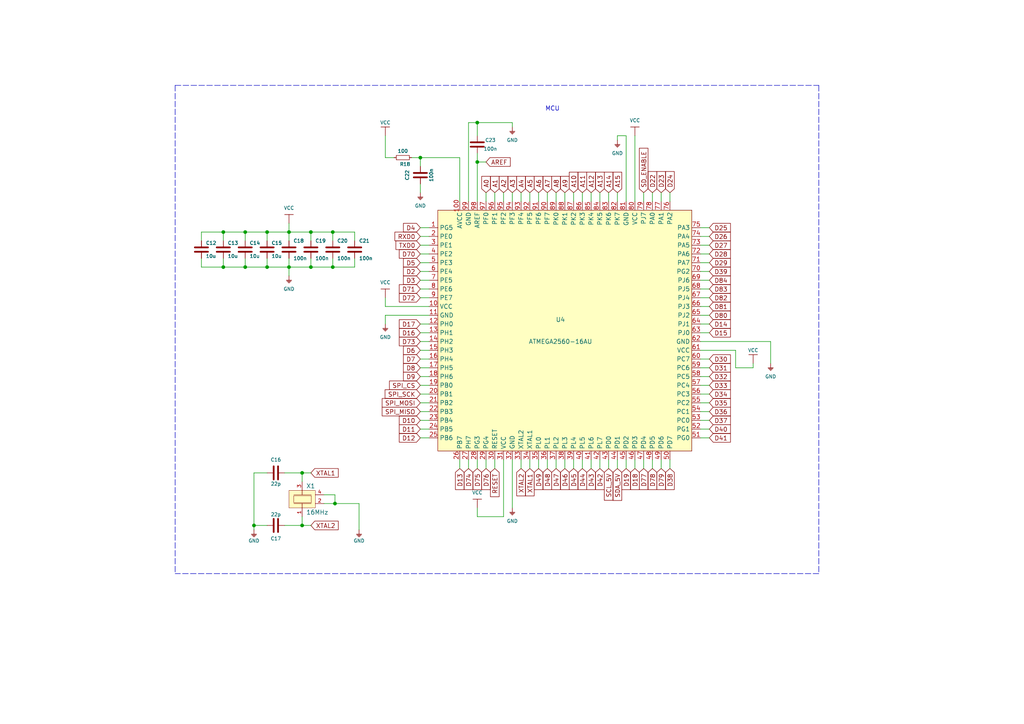
<source format=kicad_sch>
(kicad_sch (version 20211123) (generator eeschema)

  (uuid 30918242-d09a-4e7e-b76c-e19a38d6ac72)

  (paper "A4")

  (title_block
    (title "Dasduino COREPLUS")
    (date "2023-05-25")
    (rev "V1.0.0.")
    (company "SOLDERED")
    (comment 1 "333269")
  )

  (lib_symbols
    (symbol "0603C_1" (pin_numbers hide) (pin_names (offset 0.002)) (in_bom yes) (on_board yes)
      (property "Reference" "C" (id 0) (at 0 3.81 0)
        (effects (font (size 1 1)))
      )
      (property "Value" "0603C_1" (id 1) (at 0 -3.175 0)
        (effects (font (size 1 1)))
      )
      (property "Footprint" "e-radionica.com footprinti:0603C" (id 2) (at 0.635 -4.445 0)
        (effects (font (size 1 1)) hide)
      )
      (property "Datasheet" "" (id 3) (at 0 0 0)
        (effects (font (size 1 1)) hide)
      )
      (symbol "0603C_1_0_1"
        (polyline
          (pts
            (xy -0.635 1.905)
            (xy -0.635 -1.905)
          )
          (stroke (width 0.5) (type default) (color 0 0 0 0))
          (fill (type none))
        )
        (polyline
          (pts
            (xy 0.635 1.905)
            (xy 0.635 -1.905)
          )
          (stroke (width 0.5) (type default) (color 0 0 0 0))
          (fill (type none))
        )
      )
      (symbol "0603C_1_1_1"
        (pin passive line (at -2.54 0 0) (length 1.9)
          (name "~" (effects (font (size 1.27 1.27))))
          (number "1" (effects (font (size 1.27 1.27))))
        )
        (pin passive line (at 2.54 0 180) (length 1.9)
          (name "~" (effects (font (size 1.27 1.27))))
          (number "2" (effects (font (size 1.27 1.27))))
        )
      )
    )
    (symbol "0603C_2" (pin_numbers hide) (pin_names (offset 0.002)) (in_bom yes) (on_board yes)
      (property "Reference" "C" (id 0) (at 0 3.81 0)
        (effects (font (size 1 1)))
      )
      (property "Value" "0603C_2" (id 1) (at 0 -3.175 0)
        (effects (font (size 1 1)))
      )
      (property "Footprint" "e-radionica.com footprinti:0603C" (id 2) (at 0.635 -4.445 0)
        (effects (font (size 1 1)) hide)
      )
      (property "Datasheet" "" (id 3) (at 0 0 0)
        (effects (font (size 1 1)) hide)
      )
      (symbol "0603C_2_0_1"
        (polyline
          (pts
            (xy -0.635 1.905)
            (xy -0.635 -1.905)
          )
          (stroke (width 0.5) (type default) (color 0 0 0 0))
          (fill (type none))
        )
        (polyline
          (pts
            (xy 0.635 1.905)
            (xy 0.635 -1.905)
          )
          (stroke (width 0.5) (type default) (color 0 0 0 0))
          (fill (type none))
        )
      )
      (symbol "0603C_2_1_1"
        (pin passive line (at -2.54 0 0) (length 1.9)
          (name "~" (effects (font (size 1.27 1.27))))
          (number "1" (effects (font (size 1.27 1.27))))
        )
        (pin passive line (at 2.54 0 180) (length 1.9)
          (name "~" (effects (font (size 1.27 1.27))))
          (number "2" (effects (font (size 1.27 1.27))))
        )
      )
    )
    (symbol "0603C_3" (pin_numbers hide) (pin_names (offset 0.002)) (in_bom yes) (on_board yes)
      (property "Reference" "C" (id 0) (at 0 3.81 0)
        (effects (font (size 1 1)))
      )
      (property "Value" "0603C_3" (id 1) (at 0 -3.175 0)
        (effects (font (size 1 1)))
      )
      (property "Footprint" "e-radionica.com footprinti:0603C" (id 2) (at 0.635 -4.445 0)
        (effects (font (size 1 1)) hide)
      )
      (property "Datasheet" "" (id 3) (at 0 0 0)
        (effects (font (size 1 1)) hide)
      )
      (symbol "0603C_3_0_1"
        (polyline
          (pts
            (xy -0.635 1.905)
            (xy -0.635 -1.905)
          )
          (stroke (width 0.5) (type default) (color 0 0 0 0))
          (fill (type none))
        )
        (polyline
          (pts
            (xy 0.635 1.905)
            (xy 0.635 -1.905)
          )
          (stroke (width 0.5) (type default) (color 0 0 0 0))
          (fill (type none))
        )
      )
      (symbol "0603C_3_1_1"
        (pin passive line (at -2.54 0 0) (length 1.9)
          (name "~" (effects (font (size 1.27 1.27))))
          (number "1" (effects (font (size 1.27 1.27))))
        )
        (pin passive line (at 2.54 0 180) (length 1.9)
          (name "~" (effects (font (size 1.27 1.27))))
          (number "2" (effects (font (size 1.27 1.27))))
        )
      )
    )
    (symbol "0603C_4" (pin_numbers hide) (pin_names (offset 0.002)) (in_bom yes) (on_board yes)
      (property "Reference" "C" (id 0) (at 0 3.81 0)
        (effects (font (size 1 1)))
      )
      (property "Value" "0603C_4" (id 1) (at 0 -3.175 0)
        (effects (font (size 1 1)))
      )
      (property "Footprint" "e-radionica.com footprinti:0603C" (id 2) (at 0.635 -4.445 0)
        (effects (font (size 1 1)) hide)
      )
      (property "Datasheet" "" (id 3) (at 0 0 0)
        (effects (font (size 1 1)) hide)
      )
      (symbol "0603C_4_0_1"
        (polyline
          (pts
            (xy -0.635 1.905)
            (xy -0.635 -1.905)
          )
          (stroke (width 0.5) (type default) (color 0 0 0 0))
          (fill (type none))
        )
        (polyline
          (pts
            (xy 0.635 1.905)
            (xy 0.635 -1.905)
          )
          (stroke (width 0.5) (type default) (color 0 0 0 0))
          (fill (type none))
        )
      )
      (symbol "0603C_4_1_1"
        (pin passive line (at -2.54 0 0) (length 1.9)
          (name "~" (effects (font (size 1.27 1.27))))
          (number "1" (effects (font (size 1.27 1.27))))
        )
        (pin passive line (at 2.54 0 180) (length 1.9)
          (name "~" (effects (font (size 1.27 1.27))))
          (number "2" (effects (font (size 1.27 1.27))))
        )
      )
    )
    (symbol "0603C_5" (pin_numbers hide) (pin_names (offset 0.002)) (in_bom yes) (on_board yes)
      (property "Reference" "C" (id 0) (at 0 3.81 0)
        (effects (font (size 1 1)))
      )
      (property "Value" "0603C_5" (id 1) (at 0 -3.175 0)
        (effects (font (size 1 1)))
      )
      (property "Footprint" "e-radionica.com footprinti:0603C" (id 2) (at 0.635 -4.445 0)
        (effects (font (size 1 1)) hide)
      )
      (property "Datasheet" "" (id 3) (at 0 0 0)
        (effects (font (size 1 1)) hide)
      )
      (symbol "0603C_5_0_1"
        (polyline
          (pts
            (xy -0.635 1.905)
            (xy -0.635 -1.905)
          )
          (stroke (width 0.5) (type default) (color 0 0 0 0))
          (fill (type none))
        )
        (polyline
          (pts
            (xy 0.635 1.905)
            (xy 0.635 -1.905)
          )
          (stroke (width 0.5) (type default) (color 0 0 0 0))
          (fill (type none))
        )
      )
      (symbol "0603C_5_1_1"
        (pin passive line (at -2.54 0 0) (length 1.9)
          (name "~" (effects (font (size 1.27 1.27))))
          (number "1" (effects (font (size 1.27 1.27))))
        )
        (pin passive line (at 2.54 0 180) (length 1.9)
          (name "~" (effects (font (size 1.27 1.27))))
          (number "2" (effects (font (size 1.27 1.27))))
        )
      )
    )
    (symbol "0603C_6" (pin_numbers hide) (pin_names (offset 0.002)) (in_bom yes) (on_board yes)
      (property "Reference" "C" (id 0) (at 0 3.81 0)
        (effects (font (size 1 1)))
      )
      (property "Value" "0603C_6" (id 1) (at 0 -3.175 0)
        (effects (font (size 1 1)))
      )
      (property "Footprint" "e-radionica.com footprinti:0603C" (id 2) (at 0.635 -4.445 0)
        (effects (font (size 1 1)) hide)
      )
      (property "Datasheet" "" (id 3) (at 0 0 0)
        (effects (font (size 1 1)) hide)
      )
      (symbol "0603C_6_0_1"
        (polyline
          (pts
            (xy -0.635 1.905)
            (xy -0.635 -1.905)
          )
          (stroke (width 0.5) (type default) (color 0 0 0 0))
          (fill (type none))
        )
        (polyline
          (pts
            (xy 0.635 1.905)
            (xy 0.635 -1.905)
          )
          (stroke (width 0.5) (type default) (color 0 0 0 0))
          (fill (type none))
        )
      )
      (symbol "0603C_6_1_1"
        (pin passive line (at -2.54 0 0) (length 1.9)
          (name "~" (effects (font (size 1.27 1.27))))
          (number "1" (effects (font (size 1.27 1.27))))
        )
        (pin passive line (at 2.54 0 180) (length 1.9)
          (name "~" (effects (font (size 1.27 1.27))))
          (number "2" (effects (font (size 1.27 1.27))))
        )
      )
    )
    (symbol "0603C_7" (pin_numbers hide) (pin_names (offset 0.002)) (in_bom yes) (on_board yes)
      (property "Reference" "C" (id 0) (at 0 3.81 0)
        (effects (font (size 1 1)))
      )
      (property "Value" "0603C_7" (id 1) (at 0 -3.175 0)
        (effects (font (size 1 1)))
      )
      (property "Footprint" "e-radionica.com footprinti:0603C" (id 2) (at 0.635 -4.445 0)
        (effects (font (size 1 1)) hide)
      )
      (property "Datasheet" "" (id 3) (at 0 0 0)
        (effects (font (size 1 1)) hide)
      )
      (symbol "0603C_7_0_1"
        (polyline
          (pts
            (xy -0.635 1.905)
            (xy -0.635 -1.905)
          )
          (stroke (width 0.5) (type default) (color 0 0 0 0))
          (fill (type none))
        )
        (polyline
          (pts
            (xy 0.635 1.905)
            (xy 0.635 -1.905)
          )
          (stroke (width 0.5) (type default) (color 0 0 0 0))
          (fill (type none))
        )
      )
      (symbol "0603C_7_1_1"
        (pin passive line (at -2.54 0 0) (length 1.9)
          (name "~" (effects (font (size 1.27 1.27))))
          (number "1" (effects (font (size 1.27 1.27))))
        )
        (pin passive line (at 2.54 0 180) (length 1.9)
          (name "~" (effects (font (size 1.27 1.27))))
          (number "2" (effects (font (size 1.27 1.27))))
        )
      )
    )
    (symbol "1206C_1" (pin_numbers hide) (in_bom yes) (on_board yes)
      (property "Reference" "C" (id 0) (at 0 3.81 0)
        (effects (font (size 1 1)))
      )
      (property "Value" "1206C_1" (id 1) (at 0 -3.175 0)
        (effects (font (size 1 1)))
      )
      (property "Footprint" "e-radionica.com footprinti:1206C" (id 2) (at 0 -5.08 0)
        (effects (font (size 1 1)) hide)
      )
      (property "Datasheet" "" (id 3) (at 0 0 0)
        (effects (font (size 1 1)) hide)
      )
      (symbol "1206C_1_0_1"
        (polyline
          (pts
            (xy -0.635 1.905)
            (xy -0.635 -1.905)
          )
          (stroke (width 0.5) (type default) (color 0 0 0 0))
          (fill (type none))
        )
        (polyline
          (pts
            (xy 0.635 1.905)
            (xy 0.635 -1.905)
          )
          (stroke (width 0.5) (type default) (color 0 0 0 0))
          (fill (type none))
        )
      )
      (symbol "1206C_1_1_1"
        (pin passive line (at -2.54 0 0) (length 1.9)
          (name "~" (effects (font (size 1.27 1.27))))
          (number "1" (effects (font (size 1.27 1.27))))
        )
        (pin passive line (at 2.54 0 180) (length 1.9)
          (name "~" (effects (font (size 1.27 1.27))))
          (number "2" (effects (font (size 1.27 1.27))))
        )
      )
    )
    (symbol "1206C_2" (pin_numbers hide) (in_bom yes) (on_board yes)
      (property "Reference" "C" (id 0) (at 0 3.81 0)
        (effects (font (size 1 1)))
      )
      (property "Value" "1206C_2" (id 1) (at 0 -3.175 0)
        (effects (font (size 1 1)))
      )
      (property "Footprint" "e-radionica.com footprinti:1206C" (id 2) (at 0 -5.08 0)
        (effects (font (size 1 1)) hide)
      )
      (property "Datasheet" "" (id 3) (at 0 0 0)
        (effects (font (size 1 1)) hide)
      )
      (symbol "1206C_2_0_1"
        (polyline
          (pts
            (xy -0.635 1.905)
            (xy -0.635 -1.905)
          )
          (stroke (width 0.5) (type default) (color 0 0 0 0))
          (fill (type none))
        )
        (polyline
          (pts
            (xy 0.635 1.905)
            (xy 0.635 -1.905)
          )
          (stroke (width 0.5) (type default) (color 0 0 0 0))
          (fill (type none))
        )
      )
      (symbol "1206C_2_1_1"
        (pin passive line (at -2.54 0 0) (length 1.9)
          (name "~" (effects (font (size 1.27 1.27))))
          (number "1" (effects (font (size 1.27 1.27))))
        )
        (pin passive line (at 2.54 0 180) (length 1.9)
          (name "~" (effects (font (size 1.27 1.27))))
          (number "2" (effects (font (size 1.27 1.27))))
        )
      )
    )
    (symbol "1206C_3" (pin_numbers hide) (in_bom yes) (on_board yes)
      (property "Reference" "C" (id 0) (at 0 3.81 0)
        (effects (font (size 1 1)))
      )
      (property "Value" "1206C_3" (id 1) (at 0 -3.175 0)
        (effects (font (size 1 1)))
      )
      (property "Footprint" "e-radionica.com footprinti:1206C" (id 2) (at 0 -5.08 0)
        (effects (font (size 1 1)) hide)
      )
      (property "Datasheet" "" (id 3) (at 0 0 0)
        (effects (font (size 1 1)) hide)
      )
      (symbol "1206C_3_0_1"
        (polyline
          (pts
            (xy -0.635 1.905)
            (xy -0.635 -1.905)
          )
          (stroke (width 0.5) (type default) (color 0 0 0 0))
          (fill (type none))
        )
        (polyline
          (pts
            (xy 0.635 1.905)
            (xy 0.635 -1.905)
          )
          (stroke (width 0.5) (type default) (color 0 0 0 0))
          (fill (type none))
        )
      )
      (symbol "1206C_3_1_1"
        (pin passive line (at -2.54 0 0) (length 1.9)
          (name "~" (effects (font (size 1.27 1.27))))
          (number "1" (effects (font (size 1.27 1.27))))
        )
        (pin passive line (at 2.54 0 180) (length 1.9)
          (name "~" (effects (font (size 1.27 1.27))))
          (number "2" (effects (font (size 1.27 1.27))))
        )
      )
    )
    (symbol "e-radionica.com schematics:0603C" (pin_numbers hide) (pin_names (offset 0.002)) (in_bom yes) (on_board yes)
      (property "Reference" "C" (id 0) (at 0 3.81 0)
        (effects (font (size 1 1)))
      )
      (property "Value" "0603C" (id 1) (at 0 -3.175 0)
        (effects (font (size 1 1)))
      )
      (property "Footprint" "e-radionica.com footprinti:0603C" (id 2) (at 0.635 -4.445 0)
        (effects (font (size 1 1)) hide)
      )
      (property "Datasheet" "" (id 3) (at 0 0 0)
        (effects (font (size 1 1)) hide)
      )
      (symbol "0603C_0_1"
        (polyline
          (pts
            (xy -0.635 1.905)
            (xy -0.635 -1.905)
          )
          (stroke (width 0.5) (type default) (color 0 0 0 0))
          (fill (type none))
        )
        (polyline
          (pts
            (xy 0.635 1.905)
            (xy 0.635 -1.905)
          )
          (stroke (width 0.5) (type default) (color 0 0 0 0))
          (fill (type none))
        )
      )
      (symbol "0603C_1_1"
        (pin passive line (at -2.54 0 0) (length 1.9)
          (name "~" (effects (font (size 1.27 1.27))))
          (number "1" (effects (font (size 1.27 1.27))))
        )
        (pin passive line (at 2.54 0 180) (length 1.9)
          (name "~" (effects (font (size 1.27 1.27))))
          (number "2" (effects (font (size 1.27 1.27))))
        )
      )
    )
    (symbol "e-radionica.com schematics:0603R" (pin_numbers hide) (pin_names (offset 0.254)) (in_bom yes) (on_board yes)
      (property "Reference" "R" (id 0) (at 0 1.27 0)
        (effects (font (size 1 1)))
      )
      (property "Value" "0603R" (id 1) (at 0 -1.905 0)
        (effects (font (size 1 1)))
      )
      (property "Footprint" "e-radionica.com footprinti:0603R" (id 2) (at 0 -3.81 0)
        (effects (font (size 1 1)) hide)
      )
      (property "Datasheet" "" (id 3) (at -0.635 1.905 0)
        (effects (font (size 1 1)) hide)
      )
      (symbol "0603R_0_1"
        (rectangle (start -1.905 0.635) (end 1.905 -0.635)
          (stroke (width 0.15) (type default) (color 0 0 0 0))
          (fill (type none))
        )
      )
      (symbol "0603R_1_1"
        (pin passive line (at -2.54 0 0) (length 0.63)
          (name "~" (effects (font (size 1.27 1.27))))
          (number "1" (effects (font (size 1.27 1.27))))
        )
        (pin passive line (at 2.54 0 180) (length 0.63)
          (name "~" (effects (font (size 1.27 1.27))))
          (number "2" (effects (font (size 1.27 1.27))))
        )
      )
    )
    (symbol "e-radionica.com schematics:1206C" (pin_numbers hide) (in_bom yes) (on_board yes)
      (property "Reference" "C" (id 0) (at 0 3.81 0)
        (effects (font (size 1 1)))
      )
      (property "Value" "1206C" (id 1) (at 0 -3.175 0)
        (effects (font (size 1 1)))
      )
      (property "Footprint" "e-radionica.com footprinti:1206C" (id 2) (at 0 -5.08 0)
        (effects (font (size 1 1)) hide)
      )
      (property "Datasheet" "" (id 3) (at 0 0 0)
        (effects (font (size 1 1)) hide)
      )
      (symbol "1206C_0_1"
        (polyline
          (pts
            (xy -0.635 1.905)
            (xy -0.635 -1.905)
          )
          (stroke (width 0.5) (type default) (color 0 0 0 0))
          (fill (type none))
        )
        (polyline
          (pts
            (xy 0.635 1.905)
            (xy 0.635 -1.905)
          )
          (stroke (width 0.5) (type default) (color 0 0 0 0))
          (fill (type none))
        )
      )
      (symbol "1206C_1_1"
        (pin passive line (at -2.54 0 0) (length 1.9)
          (name "~" (effects (font (size 1.27 1.27))))
          (number "1" (effects (font (size 1.27 1.27))))
        )
        (pin passive line (at 2.54 0 180) (length 1.9)
          (name "~" (effects (font (size 1.27 1.27))))
          (number "2" (effects (font (size 1.27 1.27))))
        )
      )
    )
    (symbol "e-radionica.com schematics:ATMEGA2560-16AU" (in_bom yes) (on_board yes)
      (property "Reference" "U" (id 0) (at -33.02 -36.83 0)
        (effects (font (size 1.27 1.27)))
      )
      (property "Value" "ATMEGA2560-16AU" (id 1) (at 0 43.18 0)
        (effects (font (size 1.27 1.27)))
      )
      (property "Footprint" "e-radionica.com footprinti:TQFP-100" (id 2) (at 0 -44.45 0)
        (effects (font (size 1.27 1.27)) hide)
      )
      (property "Datasheet" "" (id 3) (at -10.16 -25.4 0)
        (effects (font (size 1.27 1.27)) hide)
      )
      (symbol "ATMEGA2560-16AU_0_0"
        (text "" (at -36.83 -26.67 0)
          (effects (font (size 1.27 1.27)))
        )
        (text "" (at -36.83 19.05 0)
          (effects (font (size 1.27 1.27)))
        )
        (text "" (at -24.13 35.56 900)
          (effects (font (size 1.27 1.27)))
        )
        (text "" (at -19.05 -36.83 900)
          (effects (font (size 1.27 1.27)))
        )
        (text "" (at 21.59 35.56 900)
          (effects (font (size 1.27 1.27)))
        )
        (text "" (at 26.67 -36.83 900)
          (effects (font (size 1.27 1.27)))
        )
        (text "" (at 39.37 -21.59 0)
          (effects (font (size 1.27 1.27)))
        )
        (text "" (at 39.37 24.13 0)
          (effects (font (size 1.27 1.27)))
        )
      )
      (symbol "ATMEGA2560-16AU_0_1"
        (rectangle (start -35.56 34.29) (end 38.1 -35.56)
          (stroke (width 0) (type default) (color 0 0 0 0))
          (fill (type background))
        )
      )
      (symbol "ATMEGA2560-16AU_1_1"
        (pin input line (at -38.1 29.21 0) (length 2.54)
          (name "PG5" (effects (font (size 1.27 1.27))))
          (number "1" (effects (font (size 1.27 1.27))))
        )
        (pin input line (at -38.1 6.35 0) (length 2.54)
          (name "VCC" (effects (font (size 1.27 1.27))))
          (number "10" (effects (font (size 1.27 1.27))))
        )
        (pin input line (at -29.21 36.83 270) (length 2.54)
          (name "AVCC" (effects (font (size 1.27 1.27))))
          (number "100" (effects (font (size 1.27 1.27))))
        )
        (pin input line (at -38.1 3.81 0) (length 2.54)
          (name "GND" (effects (font (size 1.27 1.27))))
          (number "11" (effects (font (size 1.27 1.27))))
        )
        (pin input line (at -38.1 1.27 0) (length 2.54)
          (name "PH0" (effects (font (size 1.27 1.27))))
          (number "12" (effects (font (size 1.27 1.27))))
        )
        (pin input line (at -38.1 -1.27 0) (length 2.54)
          (name "PH1" (effects (font (size 1.27 1.27))))
          (number "13" (effects (font (size 1.27 1.27))))
        )
        (pin input line (at -38.1 -3.81 0) (length 2.54)
          (name "PH2" (effects (font (size 1.27 1.27))))
          (number "14" (effects (font (size 1.27 1.27))))
        )
        (pin input line (at -38.1 -6.35 0) (length 2.54)
          (name "PH3" (effects (font (size 1.27 1.27))))
          (number "15" (effects (font (size 1.27 1.27))))
        )
        (pin input line (at -38.1 -8.89 0) (length 2.54)
          (name "PH4" (effects (font (size 1.27 1.27))))
          (number "16" (effects (font (size 1.27 1.27))))
        )
        (pin input line (at -38.1 -11.43 0) (length 2.54)
          (name "PH5" (effects (font (size 1.27 1.27))))
          (number "17" (effects (font (size 1.27 1.27))))
        )
        (pin input line (at -38.1 -13.97 0) (length 2.54)
          (name "PH6" (effects (font (size 1.27 1.27))))
          (number "18" (effects (font (size 1.27 1.27))))
        )
        (pin input line (at -38.1 -16.51 0) (length 2.54)
          (name "PB0" (effects (font (size 1.27 1.27))))
          (number "19" (effects (font (size 1.27 1.27))))
        )
        (pin input line (at -38.1 26.67 0) (length 2.54)
          (name "PE0" (effects (font (size 1.27 1.27))))
          (number "2" (effects (font (size 1.27 1.27))))
        )
        (pin input line (at -38.1 -19.05 0) (length 2.54)
          (name "PB1" (effects (font (size 1.27 1.27))))
          (number "20" (effects (font (size 1.27 1.27))))
        )
        (pin input line (at -38.1 -21.59 0) (length 2.54)
          (name "PB2" (effects (font (size 1.27 1.27))))
          (number "21" (effects (font (size 1.27 1.27))))
        )
        (pin input line (at -38.1 -24.13 0) (length 2.54)
          (name "PB3" (effects (font (size 1.27 1.27))))
          (number "22" (effects (font (size 1.27 1.27))))
        )
        (pin input line (at -38.1 -26.67 0) (length 2.54)
          (name "PB4" (effects (font (size 1.27 1.27))))
          (number "23" (effects (font (size 1.27 1.27))))
        )
        (pin input line (at -38.1 -29.21 0) (length 2.54)
          (name "PB5" (effects (font (size 1.27 1.27))))
          (number "24" (effects (font (size 1.27 1.27))))
        )
        (pin input line (at -38.1 -31.75 0) (length 2.54)
          (name "PB6" (effects (font (size 1.27 1.27))))
          (number "25" (effects (font (size 1.27 1.27))))
        )
        (pin input line (at -29.21 -38.1 90) (length 2.54)
          (name "PB7" (effects (font (size 1.27 1.27))))
          (number "26" (effects (font (size 1.27 1.27))))
        )
        (pin input line (at -26.67 -38.1 90) (length 2.54)
          (name "PH7" (effects (font (size 1.27 1.27))))
          (number "27" (effects (font (size 1.27 1.27))))
        )
        (pin input line (at -24.13 -38.1 90) (length 2.54)
          (name "PG3" (effects (font (size 1.27 1.27))))
          (number "28" (effects (font (size 1.27 1.27))))
        )
        (pin input line (at -21.59 -38.1 90) (length 2.54)
          (name "PG4" (effects (font (size 1.27 1.27))))
          (number "29" (effects (font (size 1.27 1.27))))
        )
        (pin input line (at -38.1 24.13 0) (length 2.54)
          (name "PE1" (effects (font (size 1.27 1.27))))
          (number "3" (effects (font (size 1.27 1.27))))
        )
        (pin input line (at -19.05 -38.1 90) (length 2.54)
          (name "RESET" (effects (font (size 1.27 1.27))))
          (number "30" (effects (font (size 1.27 1.27))))
        )
        (pin input line (at -16.51 -38.1 90) (length 2.54)
          (name "VCC" (effects (font (size 1.27 1.27))))
          (number "31" (effects (font (size 1.27 1.27))))
        )
        (pin input line (at -13.97 -38.1 90) (length 2.54)
          (name "GND" (effects (font (size 1.27 1.27))))
          (number "32" (effects (font (size 1.27 1.27))))
        )
        (pin input line (at -11.43 -38.1 90) (length 2.54)
          (name "XTAL2" (effects (font (size 1.27 1.27))))
          (number "33" (effects (font (size 1.27 1.27))))
        )
        (pin input line (at -8.89 -38.1 90) (length 2.54)
          (name "XTAL1" (effects (font (size 1.27 1.27))))
          (number "34" (effects (font (size 1.27 1.27))))
        )
        (pin input line (at -6.35 -38.1 90) (length 2.54)
          (name "PL0" (effects (font (size 1.27 1.27))))
          (number "35" (effects (font (size 1.27 1.27))))
        )
        (pin input line (at -3.81 -38.1 90) (length 2.54)
          (name "PL1" (effects (font (size 1.27 1.27))))
          (number "36" (effects (font (size 1.27 1.27))))
        )
        (pin input line (at -1.27 -38.1 90) (length 2.54)
          (name "PL2" (effects (font (size 1.27 1.27))))
          (number "37" (effects (font (size 1.27 1.27))))
        )
        (pin input line (at 1.27 -38.1 90) (length 2.54)
          (name "PL3" (effects (font (size 1.27 1.27))))
          (number "38" (effects (font (size 1.27 1.27))))
        )
        (pin input line (at 3.81 -38.1 90) (length 2.54)
          (name "PL4" (effects (font (size 1.27 1.27))))
          (number "39" (effects (font (size 1.27 1.27))))
        )
        (pin input line (at -38.1 21.59 0) (length 2.54)
          (name "PE2" (effects (font (size 1.27 1.27))))
          (number "4" (effects (font (size 1.27 1.27))))
        )
        (pin input line (at 6.35 -38.1 90) (length 2.54)
          (name "PL5" (effects (font (size 1.27 1.27))))
          (number "40" (effects (font (size 1.27 1.27))))
        )
        (pin input line (at 8.89 -38.1 90) (length 2.54)
          (name "PL6" (effects (font (size 1.27 1.27))))
          (number "41" (effects (font (size 1.27 1.27))))
        )
        (pin input line (at 11.43 -38.1 90) (length 2.54)
          (name "PL7" (effects (font (size 1.27 1.27))))
          (number "42" (effects (font (size 1.27 1.27))))
        )
        (pin input line (at 13.97 -38.1 90) (length 2.54)
          (name "PD0" (effects (font (size 1.27 1.27))))
          (number "43" (effects (font (size 1.27 1.27))))
        )
        (pin input line (at 16.51 -38.1 90) (length 2.54)
          (name "PD1" (effects (font (size 1.27 1.27))))
          (number "44" (effects (font (size 1.27 1.27))))
        )
        (pin input line (at 19.05 -38.1 90) (length 2.54)
          (name "PD2" (effects (font (size 1.27 1.27))))
          (number "45" (effects (font (size 1.27 1.27))))
        )
        (pin input line (at 21.59 -38.1 90) (length 2.54)
          (name "PD3" (effects (font (size 1.27 1.27))))
          (number "46" (effects (font (size 1.27 1.27))))
        )
        (pin input line (at 24.13 -38.1 90) (length 2.54)
          (name "PD4" (effects (font (size 1.27 1.27))))
          (number "47" (effects (font (size 1.27 1.27))))
        )
        (pin input line (at 26.67 -38.1 90) (length 2.54)
          (name "PD5" (effects (font (size 1.27 1.27))))
          (number "48" (effects (font (size 1.27 1.27))))
        )
        (pin input line (at 29.21 -38.1 90) (length 2.54)
          (name "PD6" (effects (font (size 1.27 1.27))))
          (number "49" (effects (font (size 1.27 1.27))))
        )
        (pin input line (at -38.1 19.05 0) (length 2.54)
          (name "PE3" (effects (font (size 1.27 1.27))))
          (number "5" (effects (font (size 1.27 1.27))))
        )
        (pin input line (at 31.75 -38.1 90) (length 2.54)
          (name "PD7" (effects (font (size 1.27 1.27))))
          (number "50" (effects (font (size 1.27 1.27))))
        )
        (pin input line (at 40.64 -31.75 180) (length 2.54)
          (name "PG0" (effects (font (size 1.27 1.27))))
          (number "51" (effects (font (size 1.27 1.27))))
        )
        (pin input line (at 40.64 -29.21 180) (length 2.54)
          (name "PG1" (effects (font (size 1.27 1.27))))
          (number "52" (effects (font (size 1.27 1.27))))
        )
        (pin input line (at 40.64 -26.67 180) (length 2.54)
          (name "PC0" (effects (font (size 1.27 1.27))))
          (number "53" (effects (font (size 1.27 1.27))))
        )
        (pin input line (at 40.64 -24.13 180) (length 2.54)
          (name "PC1" (effects (font (size 1.27 1.27))))
          (number "54" (effects (font (size 1.27 1.27))))
        )
        (pin input line (at 40.64 -21.59 180) (length 2.54)
          (name "PC2" (effects (font (size 1.27 1.27))))
          (number "55" (effects (font (size 1.27 1.27))))
        )
        (pin input line (at 40.64 -19.05 180) (length 2.54)
          (name "PC3" (effects (font (size 1.27 1.27))))
          (number "56" (effects (font (size 1.27 1.27))))
        )
        (pin input line (at 40.64 -16.51 180) (length 2.54)
          (name "PC4" (effects (font (size 1.27 1.27))))
          (number "57" (effects (font (size 1.27 1.27))))
        )
        (pin input line (at 40.64 -13.97 180) (length 2.54)
          (name "PC5" (effects (font (size 1.27 1.27))))
          (number "58" (effects (font (size 1.27 1.27))))
        )
        (pin input line (at 40.64 -11.43 180) (length 2.54)
          (name "PC6" (effects (font (size 1.27 1.27))))
          (number "59" (effects (font (size 1.27 1.27))))
        )
        (pin input line (at -38.1 16.51 0) (length 2.54)
          (name "PE4" (effects (font (size 1.27 1.27))))
          (number "6" (effects (font (size 1.27 1.27))))
        )
        (pin input line (at 40.64 -8.89 180) (length 2.54)
          (name "PC7" (effects (font (size 1.27 1.27))))
          (number "60" (effects (font (size 1.27 1.27))))
        )
        (pin input line (at 40.64 -6.35 180) (length 2.54)
          (name "VCC" (effects (font (size 1.27 1.27))))
          (number "61" (effects (font (size 1.27 1.27))))
        )
        (pin input line (at 40.64 -3.81 180) (length 2.54)
          (name "GND" (effects (font (size 1.27 1.27))))
          (number "62" (effects (font (size 1.27 1.27))))
        )
        (pin input line (at 40.64 -1.27 180) (length 2.54)
          (name "PJ0" (effects (font (size 1.27 1.27))))
          (number "63" (effects (font (size 1.27 1.27))))
        )
        (pin input line (at 40.64 1.27 180) (length 2.54)
          (name "PJ1" (effects (font (size 1.27 1.27))))
          (number "64" (effects (font (size 1.27 1.27))))
        )
        (pin input line (at 40.64 3.81 180) (length 2.54)
          (name "PJ2" (effects (font (size 1.27 1.27))))
          (number "65" (effects (font (size 1.27 1.27))))
        )
        (pin input line (at 40.64 6.35 180) (length 2.54)
          (name "PJ3" (effects (font (size 1.27 1.27))))
          (number "66" (effects (font (size 1.27 1.27))))
        )
        (pin input line (at 40.64 8.89 180) (length 2.54)
          (name "PJ4" (effects (font (size 1.27 1.27))))
          (number "67" (effects (font (size 1.27 1.27))))
        )
        (pin input line (at 40.64 11.43 180) (length 2.54)
          (name "PJ5" (effects (font (size 1.27 1.27))))
          (number "68" (effects (font (size 1.27 1.27))))
        )
        (pin input line (at 40.64 13.97 180) (length 2.54)
          (name "PJ6" (effects (font (size 1.27 1.27))))
          (number "69" (effects (font (size 1.27 1.27))))
        )
        (pin input line (at -38.1 13.97 0) (length 2.54)
          (name "PE5" (effects (font (size 1.27 1.27))))
          (number "7" (effects (font (size 1.27 1.27))))
        )
        (pin input line (at 40.64 16.51 180) (length 2.54)
          (name "PG2" (effects (font (size 1.27 1.27))))
          (number "70" (effects (font (size 1.27 1.27))))
        )
        (pin input line (at 40.64 19.05 180) (length 2.54)
          (name "PA7" (effects (font (size 1.27 1.27))))
          (number "71" (effects (font (size 1.27 1.27))))
        )
        (pin input line (at 40.64 21.59 180) (length 2.54)
          (name "PA6" (effects (font (size 1.27 1.27))))
          (number "72" (effects (font (size 1.27 1.27))))
        )
        (pin input line (at 40.64 24.13 180) (length 2.54)
          (name "PA5" (effects (font (size 1.27 1.27))))
          (number "73" (effects (font (size 1.27 1.27))))
        )
        (pin input line (at 40.64 26.67 180) (length 2.54)
          (name "PA4" (effects (font (size 1.27 1.27))))
          (number "74" (effects (font (size 1.27 1.27))))
        )
        (pin input line (at 40.64 29.21 180) (length 2.54)
          (name "PA3" (effects (font (size 1.27 1.27))))
          (number "75" (effects (font (size 1.27 1.27))))
        )
        (pin input line (at 31.75 36.83 270) (length 2.54)
          (name "PA2" (effects (font (size 1.27 1.27))))
          (number "76" (effects (font (size 1.27 1.27))))
        )
        (pin input line (at 29.21 36.83 270) (length 2.54)
          (name "PA1" (effects (font (size 1.27 1.27))))
          (number "77" (effects (font (size 1.27 1.27))))
        )
        (pin input line (at 26.67 36.83 270) (length 2.54)
          (name "PA0" (effects (font (size 1.27 1.27))))
          (number "78" (effects (font (size 1.27 1.27))))
        )
        (pin input line (at 24.13 36.83 270) (length 2.54)
          (name "PJ7" (effects (font (size 1.27 1.27))))
          (number "79" (effects (font (size 1.27 1.27))))
        )
        (pin input line (at -38.1 11.43 0) (length 2.54)
          (name "PE6" (effects (font (size 1.27 1.27))))
          (number "8" (effects (font (size 1.27 1.27))))
        )
        (pin input line (at 21.59 36.83 270) (length 2.54)
          (name "VCC" (effects (font (size 1.27 1.27))))
          (number "80" (effects (font (size 1.27 1.27))))
        )
        (pin input line (at 19.05 36.83 270) (length 2.54)
          (name "GND" (effects (font (size 1.27 1.27))))
          (number "81" (effects (font (size 1.27 1.27))))
        )
        (pin input line (at 16.51 36.83 270) (length 2.54)
          (name "PK7" (effects (font (size 1.27 1.27))))
          (number "82" (effects (font (size 1.27 1.27))))
        )
        (pin input line (at 13.97 36.83 270) (length 2.54)
          (name "PK6" (effects (font (size 1.27 1.27))))
          (number "83" (effects (font (size 1.27 1.27))))
        )
        (pin input line (at 11.43 36.83 270) (length 2.54)
          (name "PK5" (effects (font (size 1.27 1.27))))
          (number "84" (effects (font (size 1.27 1.27))))
        )
        (pin input line (at 8.89 36.83 270) (length 2.54)
          (name "PK4" (effects (font (size 1.27 1.27))))
          (number "85" (effects (font (size 1.27 1.27))))
        )
        (pin input line (at 6.35 36.83 270) (length 2.54)
          (name "PK3" (effects (font (size 1.27 1.27))))
          (number "86" (effects (font (size 1.27 1.27))))
        )
        (pin input line (at 3.81 36.83 270) (length 2.54)
          (name "PK2" (effects (font (size 1.27 1.27))))
          (number "87" (effects (font (size 1.27 1.27))))
        )
        (pin input line (at 1.27 36.83 270) (length 2.54)
          (name "PK1" (effects (font (size 1.27 1.27))))
          (number "88" (effects (font (size 1.27 1.27))))
        )
        (pin input line (at -1.27 36.83 270) (length 2.54)
          (name "PK0" (effects (font (size 1.27 1.27))))
          (number "89" (effects (font (size 1.27 1.27))))
        )
        (pin input line (at -38.1 8.89 0) (length 2.54)
          (name "PE7" (effects (font (size 1.27 1.27))))
          (number "9" (effects (font (size 1.27 1.27))))
        )
        (pin input line (at -3.81 36.83 270) (length 2.54)
          (name "PF7" (effects (font (size 1.27 1.27))))
          (number "90" (effects (font (size 1.27 1.27))))
        )
        (pin input line (at -6.35 36.83 270) (length 2.54)
          (name "PF6" (effects (font (size 1.27 1.27))))
          (number "91" (effects (font (size 1.27 1.27))))
        )
        (pin input line (at -8.89 36.83 270) (length 2.54)
          (name "PF5" (effects (font (size 1.27 1.27))))
          (number "92" (effects (font (size 1.27 1.27))))
        )
        (pin input line (at -11.43 36.83 270) (length 2.54)
          (name "PF4" (effects (font (size 1.27 1.27))))
          (number "93" (effects (font (size 1.27 1.27))))
        )
        (pin input line (at -13.97 36.83 270) (length 2.54)
          (name "PF3" (effects (font (size 1.27 1.27))))
          (number "94" (effects (font (size 1.27 1.27))))
        )
        (pin input line (at -16.51 36.83 270) (length 2.54)
          (name "PF2" (effects (font (size 1.27 1.27))))
          (number "95" (effects (font (size 1.27 1.27))))
        )
        (pin input line (at -19.05 36.83 270) (length 2.54)
          (name "PF1" (effects (font (size 1.27 1.27))))
          (number "96" (effects (font (size 1.27 1.27))))
        )
        (pin input line (at -21.59 36.83 270) (length 2.54)
          (name "PF0" (effects (font (size 1.27 1.27))))
          (number "97" (effects (font (size 1.27 1.27))))
        )
        (pin input line (at -24.13 36.83 270) (length 2.54)
          (name "AREF" (effects (font (size 1.27 1.27))))
          (number "98" (effects (font (size 1.27 1.27))))
        )
        (pin input line (at -26.67 36.83 270) (length 2.54)
          (name "GND" (effects (font (size 1.27 1.27))))
          (number "99" (effects (font (size 1.27 1.27))))
        )
      )
    )
    (symbol "e-radionica.com schematics:CRYSTAL_3225_4_PAD" (in_bom yes) (on_board yes)
      (property "Reference" "X" (id 0) (at 0 7.62 0)
        (effects (font (size 1.27 1.27)))
      )
      (property "Value" "CRYSTAL_3225_4_PAD" (id 1) (at 0 5.334 0)
        (effects (font (size 1.27 1.27)))
      )
      (property "Footprint" "e-radionica.com footprinti:CRYSTAL_3225__4_PAD" (id 2) (at 0 -5.08 0)
        (effects (font (size 1.27 1.27)) hide)
      )
      (property "Datasheet" "" (id 3) (at 0 0 0)
        (effects (font (size 1.27 1.27)) hide)
      )
      (symbol "CRYSTAL_3225_4_PAD_0_1"
        (rectangle (start -2.54 3.81) (end 2.54 -3.81)
          (stroke (width 0.1) (type default) (color 0 0 0 0))
          (fill (type background))
        )
        (polyline
          (pts
            (xy -2.54 0)
            (xy -1.27 0)
          )
          (stroke (width 0.1524) (type default) (color 0 0 0 0))
          (fill (type none))
        )
        (polyline
          (pts
            (xy -1.27 2.413)
            (xy -1.27 -2.667)
          )
          (stroke (width 0.1) (type default) (color 0 0 0 0))
          (fill (type none))
        )
        (polyline
          (pts
            (xy 1.27 0)
            (xy 2.54 0)
          )
          (stroke (width 0.1524) (type default) (color 0 0 0 0))
          (fill (type none))
        )
        (polyline
          (pts
            (xy 1.27 2.413)
            (xy 1.27 -2.667)
            (xy 1.27 -1.397)
          )
          (stroke (width 0.1) (type default) (color 0 0 0 0))
          (fill (type none))
        )
        (polyline
          (pts
            (xy -1.016 2.413)
            (xy -1.016 -2.667)
            (xy 1.016 -2.667)
            (xy 1.016 2.413)
            (xy -1.016 2.413)
            (xy 0.762 2.413)
          )
          (stroke (width 0.1) (type default) (color 0 0 0 0))
          (fill (type none))
        )
      )
      (symbol "CRYSTAL_3225_4_PAD_1_1"
        (pin passive line (at -5.08 0 0) (length 2.54)
          (name "" (effects (font (size 1 1))))
          (number "1" (effects (font (size 1 1))))
        )
        (pin power_in line (at -1.27 -6.35 90) (length 2.54)
          (name "" (effects (font (size 1 1))))
          (number "2" (effects (font (size 1 1))))
        )
        (pin output line (at 5.08 0 180) (length 2.54)
          (name "" (effects (font (size 1 1))))
          (number "3" (effects (font (size 1 1))))
        )
        (pin power_in line (at 1.27 -6.35 90) (length 2.54)
          (name "" (effects (font (size 1 1))))
          (number "4" (effects (font (size 1 1))))
        )
      )
    )
    (symbol "e-radionica.com schematics:GND" (power) (pin_names (offset 0)) (in_bom yes) (on_board yes)
      (property "Reference" "#PWR" (id 0) (at 4.445 0 0)
        (effects (font (size 1 1)) hide)
      )
      (property "Value" "GND" (id 1) (at 0 -2.921 0)
        (effects (font (size 1 1)))
      )
      (property "Footprint" "" (id 2) (at 4.445 3.81 0)
        (effects (font (size 1 1)) hide)
      )
      (property "Datasheet" "" (id 3) (at 4.445 3.81 0)
        (effects (font (size 1 1)) hide)
      )
      (property "ki_keywords" "power-flag" (id 4) (at 0 0 0)
        (effects (font (size 1.27 1.27)) hide)
      )
      (property "ki_description" "Power symbol creates a global label with name \"GND\"" (id 5) (at 0 0 0)
        (effects (font (size 1.27 1.27)) hide)
      )
      (symbol "GND_0_1"
        (polyline
          (pts
            (xy -0.762 -1.27)
            (xy 0.762 -1.27)
          )
          (stroke (width 0.16) (type default) (color 0 0 0 0))
          (fill (type none))
        )
        (polyline
          (pts
            (xy -0.635 -1.524)
            (xy 0.635 -1.524)
          )
          (stroke (width 0.16) (type default) (color 0 0 0 0))
          (fill (type none))
        )
        (polyline
          (pts
            (xy -0.381 -1.778)
            (xy 0.381 -1.778)
          )
          (stroke (width 0.16) (type default) (color 0 0 0 0))
          (fill (type none))
        )
        (polyline
          (pts
            (xy -0.127 -2.032)
            (xy 0.127 -2.032)
          )
          (stroke (width 0.16) (type default) (color 0 0 0 0))
          (fill (type none))
        )
        (polyline
          (pts
            (xy 0 0)
            (xy 0 -1.27)
          )
          (stroke (width 0.16) (type default) (color 0 0 0 0))
          (fill (type none))
        )
      )
      (symbol "GND_1_1"
        (pin power_in line (at 0 0 270) (length 0) hide
          (name "GND" (effects (font (size 1.27 1.27))))
          (number "1" (effects (font (size 1.27 1.27))))
        )
      )
    )
    (symbol "e-radionica.com schematics:VCC" (power) (pin_names (offset 0)) (in_bom yes) (on_board yes)
      (property "Reference" "#PWR" (id 0) (at 4.445 0 0)
        (effects (font (size 1 1)) hide)
      )
      (property "Value" "VCC" (id 1) (at 0 3.556 0)
        (effects (font (size 1 1)))
      )
      (property "Footprint" "" (id 2) (at 4.445 3.81 0)
        (effects (font (size 1 1)) hide)
      )
      (property "Datasheet" "" (id 3) (at 4.445 3.81 0)
        (effects (font (size 1 1)) hide)
      )
      (property "ki_keywords" "power-flag" (id 4) (at 0 0 0)
        (effects (font (size 1.27 1.27)) hide)
      )
      (property "ki_description" "Power symbol creates a global label with name \"VCC\"" (id 5) (at 0 0 0)
        (effects (font (size 1.27 1.27)) hide)
      )
      (symbol "VCC_0_1"
        (polyline
          (pts
            (xy -1.27 2.54)
            (xy 1.27 2.54)
          )
          (stroke (width 0.16) (type default) (color 0 0 0 0))
          (fill (type none))
        )
        (polyline
          (pts
            (xy 0 0)
            (xy 0 2.54)
          )
          (stroke (width 0) (type default) (color 0 0 0 0))
          (fill (type none))
        )
      )
      (symbol "VCC_1_1"
        (pin power_in line (at 0 0 90) (length 0) hide
          (name "VCC" (effects (font (size 1.27 1.27))))
          (number "1" (effects (font (size 1.27 1.27))))
        )
      )
    )
  )

  (junction (at 138.43 35.56) (diameter 0) (color 0 0 0 0)
    (uuid 0490ad2f-68e0-4231-8252-0ed14b7e867c)
  )
  (junction (at 77.47 67.31) (diameter 0) (color 0 0 0 0)
    (uuid 07089685-3aae-4085-a9b0-af0e48fe30a4)
  )
  (junction (at 96.52 67.31) (diameter 0) (color 0 0 0 0)
    (uuid 1c5d957f-4a69-4765-b63f-d1d5dceaa07d)
  )
  (junction (at 138.43 46.99) (diameter 0) (color 0 0 0 0)
    (uuid 1c960803-f676-42f6-94f7-5065d3647100)
  )
  (junction (at 87.63 152.4) (diameter 0) (color 0 0 0 0)
    (uuid 20cf8693-4646-49b6-ba41-1ee58c6440ee)
  )
  (junction (at 90.17 67.31) (diameter 0) (color 0 0 0 0)
    (uuid 229d21c7-d8a0-4d06-870a-d1d0e7bd6af9)
  )
  (junction (at 71.12 67.31) (diameter 0) (color 0 0 0 0)
    (uuid 342c52a3-0f89-4e55-8ce3-57103f63e739)
  )
  (junction (at 64.77 67.31) (diameter 0) (color 0 0 0 0)
    (uuid 3bb50cc1-451f-4d77-9089-35f0c7dca3ac)
  )
  (junction (at 90.17 77.47) (diameter 0) (color 0 0 0 0)
    (uuid 3e941522-5a11-49ee-baf4-c75a27e3e39b)
  )
  (junction (at 96.52 77.47) (diameter 0) (color 0 0 0 0)
    (uuid 68fd688d-c07f-4f77-ba9a-9083e182603d)
  )
  (junction (at 71.12 77.47) (diameter 0) (color 0 0 0 0)
    (uuid 8ba6b1f6-76b4-4097-a063-dda38182e3c5)
  )
  (junction (at 64.77 77.47) (diameter 0) (color 0 0 0 0)
    (uuid a30816da-f582-4293-a1c4-dbedcfe2eaae)
  )
  (junction (at 73.66 152.4) (diameter 0) (color 0 0 0 0)
    (uuid aabe017b-c34a-4a83-8edd-b76b5bc1900f)
  )
  (junction (at 87.63 137.16) (diameter 0) (color 0 0 0 0)
    (uuid b02f0e77-6ba5-42f2-92d7-f088c01e7d91)
  )
  (junction (at 83.82 67.31) (diameter 0) (color 0 0 0 0)
    (uuid b8b238e0-331d-4470-8376-3169f0a037d3)
  )
  (junction (at 97.155 146.05) (diameter 0.9144) (color 0 0 0 0)
    (uuid b9d42e7c-7a5d-4b7a-99d7-d80e5b61413f)
  )
  (junction (at 121.92 45.72) (diameter 0) (color 0 0 0 0)
    (uuid c8f59767-4f3a-49f3-80d2-9736bc7c7db9)
  )
  (junction (at 83.82 77.47) (diameter 0) (color 0 0 0 0)
    (uuid d8931164-d4c4-4636-8960-a21628e8e48b)
  )
  (junction (at 77.47 77.47) (diameter 0) (color 0 0 0 0)
    (uuid e54c90e4-2755-4b1b-93c6-726d4e47ae1f)
  )

  (wire (pts (xy 194.31 55.88) (xy 194.31 58.42))
    (stroke (width 0) (type default) (color 0 0 0 0))
    (uuid 0079fc88-b36d-4fe8-9243-97b0bc09734e)
  )
  (wire (pts (xy 87.63 137.16) (xy 87.63 139.7))
    (stroke (width 0) (type default) (color 0 0 0 0))
    (uuid 01b58e5d-a64e-409c-9564-32d3d42a72f0)
  )
  (wire (pts (xy 121.92 99.06) (xy 124.46 99.06))
    (stroke (width 0) (type default) (color 0 0 0 0))
    (uuid 02a81d81-ce6a-428c-9a19-d4b740ad06d9)
  )
  (wire (pts (xy 121.92 93.98) (xy 124.46 93.98))
    (stroke (width 0) (type default) (color 0 0 0 0))
    (uuid 02f07168-92d1-445e-b860-26a99f42412f)
  )
  (wire (pts (xy 121.92 45.72) (xy 133.35 45.72))
    (stroke (width 0) (type default) (color 0 0 0 0))
    (uuid 05266d0f-8a82-4fe1-a79e-3f195912eaac)
  )
  (wire (pts (xy 90.17 67.31) (xy 83.82 67.31))
    (stroke (width 0) (type default) (color 0 0 0 0))
    (uuid 0760edf3-530d-49c6-91ac-dce45b8f44cd)
  )
  (wire (pts (xy 71.12 67.31) (xy 77.47 67.31))
    (stroke (width 0) (type default) (color 0 0 0 0))
    (uuid 07eb07f7-dfcc-47f0-8488-0dd6ae23425e)
  )
  (wire (pts (xy 176.53 55.88) (xy 176.53 58.42))
    (stroke (width 0) (type default) (color 0 0 0 0))
    (uuid 08814fc2-e3a7-4134-abfa-d321bc31fc22)
  )
  (wire (pts (xy 173.99 55.88) (xy 173.99 58.42))
    (stroke (width 0) (type default) (color 0 0 0 0))
    (uuid 0cd374d7-7ec0-417a-b8dc-fef1bf2ddb8f)
  )
  (wire (pts (xy 104.14 146.05) (xy 104.14 153.67))
    (stroke (width 0) (type default) (color 0 0 0 0))
    (uuid 0dc50455-b59e-4d89-8924-d1a8042efa31)
  )
  (wire (pts (xy 156.21 135.89) (xy 156.21 133.35))
    (stroke (width 0) (type default) (color 0 0 0 0))
    (uuid 0e4a11f5-321d-4c95-9b89-ce9ddcfe10dd)
  )
  (wire (pts (xy 135.89 135.89) (xy 135.89 133.35))
    (stroke (width 0) (type default) (color 0 0 0 0))
    (uuid 0ea9c0bd-2051-4933-8915-76979aa5a29a)
  )
  (wire (pts (xy 205.74 78.74) (xy 203.2 78.74))
    (stroke (width 0) (type default) (color 0 0 0 0))
    (uuid 144460e7-42cf-4d21-a878-a3fe9b47041b)
  )
  (wire (pts (xy 96.52 77.47) (xy 102.87 77.47))
    (stroke (width 0) (type default) (color 0 0 0 0))
    (uuid 155e4eca-4acf-413d-a31a-82bf190c71bf)
  )
  (wire (pts (xy 121.92 81.28) (xy 124.46 81.28))
    (stroke (width 0) (type default) (color 0 0 0 0))
    (uuid 16872fdd-8c6c-4def-88e5-e8d068ac77b4)
  )
  (wire (pts (xy 97.155 146.05) (xy 93.98 146.05))
    (stroke (width 0) (type solid) (color 0 0 0 0))
    (uuid 1695447c-b14c-4eb8-81a8-7c5b425c89bd)
  )
  (wire (pts (xy 146.05 149.86) (xy 146.05 133.35))
    (stroke (width 0) (type default) (color 0 0 0 0))
    (uuid 1a7b0537-3167-4104-9eee-add0c1e86e30)
  )
  (wire (pts (xy 203.2 99.06) (xy 223.52 99.06))
    (stroke (width 0) (type default) (color 0 0 0 0))
    (uuid 1a9aa7ce-667c-42de-ab08-55ad6daa75c8)
  )
  (wire (pts (xy 148.59 36.83) (xy 148.59 35.56))
    (stroke (width 0) (type default) (color 0 0 0 0))
    (uuid 1b8c7e7e-307c-41e3-946e-c9201d06ac1c)
  )
  (wire (pts (xy 205.74 106.68) (xy 203.2 106.68))
    (stroke (width 0) (type default) (color 0 0 0 0))
    (uuid 1c83a27f-1404-4765-88ab-86ea64b95e84)
  )
  (wire (pts (xy 111.76 91.44) (xy 124.46 91.44))
    (stroke (width 0) (type default) (color 0 0 0 0))
    (uuid 1d06ed06-5865-4bc1-8800-660cd3551932)
  )
  (wire (pts (xy 138.43 35.56) (xy 138.43 39.37))
    (stroke (width 0) (type solid) (color 0 0 0 0))
    (uuid 1d23714b-19a0-4700-810b-bd35279f6daf)
  )
  (wire (pts (xy 121.92 119.38) (xy 124.46 119.38))
    (stroke (width 0) (type default) (color 0 0 0 0))
    (uuid 23a52edf-37ff-4d13-a513-732edf33aba9)
  )
  (wire (pts (xy 121.92 73.66) (xy 124.46 73.66))
    (stroke (width 0) (type default) (color 0 0 0 0))
    (uuid 25ffbe09-3825-4732-ad1f-8ac9b9c784e2)
  )
  (wire (pts (xy 168.91 135.89) (xy 168.91 133.35))
    (stroke (width 0) (type default) (color 0 0 0 0))
    (uuid 26d14aea-69e2-46f7-b1e7-ed44dbd48a3e)
  )
  (wire (pts (xy 82.55 137.16) (xy 87.63 137.16))
    (stroke (width 0) (type default) (color 0 0 0 0))
    (uuid 27faaf6b-abdd-4519-86ce-37b5b78decda)
  )
  (wire (pts (xy 121.92 68.58) (xy 124.46 68.58))
    (stroke (width 0) (type default) (color 0 0 0 0))
    (uuid 284132f2-8c49-491a-9b8e-f6cffd426317)
  )
  (wire (pts (xy 205.74 86.36) (xy 203.2 86.36))
    (stroke (width 0) (type default) (color 0 0 0 0))
    (uuid 286d0fdf-4b85-4ab9-b6cd-a73fcb398f1a)
  )
  (wire (pts (xy 205.74 81.28) (xy 203.2 81.28))
    (stroke (width 0) (type default) (color 0 0 0 0))
    (uuid 288f6f04-94c2-451c-8009-a68b926d92ee)
  )
  (wire (pts (xy 73.66 137.16) (xy 73.66 152.4))
    (stroke (width 0) (type default) (color 0 0 0 0))
    (uuid 2aed7dc3-3a38-44b8-814b-b403a5d34b13)
  )
  (wire (pts (xy 151.13 135.89) (xy 151.13 133.35))
    (stroke (width 0) (type default) (color 0 0 0 0))
    (uuid 2c4b4f2a-8a8e-459e-916f-bc8da6d428fa)
  )
  (wire (pts (xy 205.74 124.46) (xy 203.2 124.46))
    (stroke (width 0) (type default) (color 0 0 0 0))
    (uuid 2e3f56da-117c-4f43-a0e4-cc67ac4abb76)
  )
  (wire (pts (xy 191.77 135.89) (xy 191.77 133.35))
    (stroke (width 0) (type default) (color 0 0 0 0))
    (uuid 2e8560e5-99de-4bd2-af12-4b8c9377adf4)
  )
  (wire (pts (xy 121.92 124.46) (xy 124.46 124.46))
    (stroke (width 0) (type default) (color 0 0 0 0))
    (uuid 2ec5d2c8-af9b-4345-bf2d-d1e053338e0e)
  )
  (wire (pts (xy 166.37 55.88) (xy 166.37 58.42))
    (stroke (width 0) (type default) (color 0 0 0 0))
    (uuid 30d34aad-e85d-4c5c-a39f-8e5efbe6f997)
  )
  (wire (pts (xy 181.61 135.89) (xy 181.61 133.35))
    (stroke (width 0) (type default) (color 0 0 0 0))
    (uuid 327a147e-8f05-4563-b9fb-e2f6c818c148)
  )
  (wire (pts (xy 205.74 119.38) (xy 203.2 119.38))
    (stroke (width 0) (type default) (color 0 0 0 0))
    (uuid 328805fd-9276-42ac-96e7-ed961a2645ce)
  )
  (wire (pts (xy 90.17 74.93) (xy 90.17 77.47))
    (stroke (width 0) (type default) (color 0 0 0 0))
    (uuid 3375ec27-59b9-4b44-abd5-17835209557d)
  )
  (wire (pts (xy 179.07 39.37) (xy 181.61 39.37))
    (stroke (width 0) (type default) (color 0 0 0 0))
    (uuid 34c708b9-cef4-4e98-bdb1-e5dab843fcd5)
  )
  (wire (pts (xy 64.77 67.31) (xy 64.77 69.85))
    (stroke (width 0) (type default) (color 0 0 0 0))
    (uuid 360626d5-dd48-4332-956f-bb1ec926e372)
  )
  (wire (pts (xy 138.43 147.32) (xy 138.43 149.86))
    (stroke (width 0) (type default) (color 0 0 0 0))
    (uuid 36390ce2-3068-410a-8d17-9d62ecf6a5df)
  )
  (wire (pts (xy 213.36 101.6) (xy 213.36 106.68))
    (stroke (width 0) (type default) (color 0 0 0 0))
    (uuid 38aad6d7-9f9c-461a-9a59-f6f920dfcb48)
  )
  (wire (pts (xy 64.77 77.47) (xy 58.42 77.47))
    (stroke (width 0) (type default) (color 0 0 0 0))
    (uuid 3aabc6f7-de17-437d-a19a-8f9360ac3e0d)
  )
  (wire (pts (xy 77.47 74.93) (xy 77.47 77.47))
    (stroke (width 0) (type default) (color 0 0 0 0))
    (uuid 3af0dfa8-665d-492b-96ec-5b64a72c89a5)
  )
  (wire (pts (xy 153.67 58.42) (xy 153.67 55.88))
    (stroke (width 0) (type default) (color 0 0 0 0))
    (uuid 3b761585-32b6-4631-b1e4-b85b85d0722f)
  )
  (wire (pts (xy 203.2 101.6) (xy 213.36 101.6))
    (stroke (width 0) (type default) (color 0 0 0 0))
    (uuid 3bf538f9-0e4b-4f29-800e-3918debddaf4)
  )
  (wire (pts (xy 205.74 121.92) (xy 203.2 121.92))
    (stroke (width 0) (type default) (color 0 0 0 0))
    (uuid 3cea70f6-37c5-4565-a83c-d94596d594f7)
  )
  (wire (pts (xy 82.55 152.4) (xy 87.63 152.4))
    (stroke (width 0) (type default) (color 0 0 0 0))
    (uuid 403d376c-2744-45bd-965a-d634505d28ea)
  )
  (wire (pts (xy 114.3 45.72) (xy 111.76 45.72))
    (stroke (width 0) (type default) (color 0 0 0 0))
    (uuid 452531cd-74cb-43ed-a0de-1357faa57def)
  )
  (wire (pts (xy 138.43 46.99) (xy 140.97 46.99))
    (stroke (width 0) (type default) (color 0 0 0 0))
    (uuid 45969474-0e9c-439e-8dfd-fffc6aeed836)
  )
  (wire (pts (xy 161.29 55.88) (xy 161.29 58.42))
    (stroke (width 0) (type default) (color 0 0 0 0))
    (uuid 45d57a74-3020-4ee6-bbe2-74a6a3ae4b9c)
  )
  (wire (pts (xy 102.87 67.31) (xy 96.52 67.31))
    (stroke (width 0) (type default) (color 0 0 0 0))
    (uuid 46052fb6-61a9-4c28-af51-b0c2a252218d)
  )
  (wire (pts (xy 93.98 143.51) (xy 97.155 143.51))
    (stroke (width 0) (type solid) (color 0 0 0 0))
    (uuid 47020c20-3413-4ea8-91f0-31ba289e24eb)
  )
  (wire (pts (xy 168.91 55.88) (xy 168.91 58.42))
    (stroke (width 0) (type default) (color 0 0 0 0))
    (uuid 47316f05-0b6b-4860-ad94-39cf71f705c7)
  )
  (wire (pts (xy 121.92 116.84) (xy 124.46 116.84))
    (stroke (width 0) (type default) (color 0 0 0 0))
    (uuid 473f52cf-da61-4e6f-ab47-155b37334045)
  )
  (wire (pts (xy 121.92 78.74) (xy 124.46 78.74))
    (stroke (width 0) (type default) (color 0 0 0 0))
    (uuid 4845f7a6-c463-4580-b93c-913e05be62b5)
  )
  (wire (pts (xy 156.21 55.88) (xy 156.21 58.42))
    (stroke (width 0) (type default) (color 0 0 0 0))
    (uuid 48ca9c5f-eb5e-49de-a9da-0ca597051b3c)
  )
  (wire (pts (xy 135.89 35.56) (xy 138.43 35.56))
    (stroke (width 0) (type default) (color 0 0 0 0))
    (uuid 4951964b-c6d2-4647-9fbf-828af2bd235d)
  )
  (wire (pts (xy 179.07 135.89) (xy 179.07 133.35))
    (stroke (width 0) (type default) (color 0 0 0 0))
    (uuid 49ce3b38-5471-489d-83c4-0b16140dc07d)
  )
  (wire (pts (xy 119.38 45.72) (xy 121.92 45.72))
    (stroke (width 0) (type default) (color 0 0 0 0))
    (uuid 4b57a125-706f-470d-93ad-5a63e7f48759)
  )
  (wire (pts (xy 135.89 35.56) (xy 135.89 58.42))
    (stroke (width 0) (type default) (color 0 0 0 0))
    (uuid 4de70587-e778-4b0d-986a-3bc2ab531c7b)
  )
  (wire (pts (xy 179.07 40.64) (xy 179.07 39.37))
    (stroke (width 0) (type default) (color 0 0 0 0))
    (uuid 4e75cd9a-dc47-4917-b647-76525313a86f)
  )
  (wire (pts (xy 205.74 93.98) (xy 203.2 93.98))
    (stroke (width 0) (type default) (color 0 0 0 0))
    (uuid 4e817ba5-8085-40ac-a619-fa07c4f704da)
  )
  (wire (pts (xy 205.74 76.2) (xy 203.2 76.2))
    (stroke (width 0) (type default) (color 0 0 0 0))
    (uuid 4ee84a16-315e-42ba-9886-f8e86499a9ec)
  )
  (wire (pts (xy 194.31 135.89) (xy 194.31 133.35))
    (stroke (width 0) (type default) (color 0 0 0 0))
    (uuid 4f4cbfb3-6012-4be5-a652-ae24dc6158f8)
  )
  (wire (pts (xy 205.74 88.9) (xy 203.2 88.9))
    (stroke (width 0) (type default) (color 0 0 0 0))
    (uuid 51453f09-69f9-4a32-bff0-91ed7e6d62e7)
  )
  (wire (pts (xy 205.74 104.14) (xy 203.2 104.14))
    (stroke (width 0) (type default) (color 0 0 0 0))
    (uuid 514c8fad-77ad-4a47-b1c6-6c05052f9ae6)
  )
  (wire (pts (xy 176.53 135.89) (xy 176.53 133.35))
    (stroke (width 0) (type default) (color 0 0 0 0))
    (uuid 526b57b0-b37b-483d-9fc8-5f845ac22fbb)
  )
  (wire (pts (xy 146.05 55.88) (xy 146.05 58.42))
    (stroke (width 0) (type default) (color 0 0 0 0))
    (uuid 5389a11a-7b98-4ae6-8b06-663ad19cd0e8)
  )
  (wire (pts (xy 121.92 111.76) (xy 124.46 111.76))
    (stroke (width 0) (type default) (color 0 0 0 0))
    (uuid 59955fd7-b909-4fcc-88a1-542d5988a5f5)
  )
  (wire (pts (xy 138.43 149.86) (xy 146.05 149.86))
    (stroke (width 0) (type default) (color 0 0 0 0))
    (uuid 5a3354da-1115-46fb-8337-f3791939e8b0)
  )
  (wire (pts (xy 111.76 93.98) (xy 111.76 91.44))
    (stroke (width 0) (type default) (color 0 0 0 0))
    (uuid 5f9926f8-8112-410f-b924-a3170bcb79f9)
  )
  (wire (pts (xy 83.82 64.77) (xy 83.82 67.31))
    (stroke (width 0) (type default) (color 0 0 0 0))
    (uuid 61f4cfdb-2e99-480f-9c59-c41322f15e02)
  )
  (wire (pts (xy 163.83 55.88) (xy 163.83 58.42))
    (stroke (width 0) (type default) (color 0 0 0 0))
    (uuid 6248a1a3-9a47-4bc5-a447-8485eaf4135f)
  )
  (wire (pts (xy 121.92 106.68) (xy 124.46 106.68))
    (stroke (width 0) (type default) (color 0 0 0 0))
    (uuid 62b2372b-2a04-4a6b-aa3b-f89b46e41f95)
  )
  (wire (pts (xy 184.15 135.89) (xy 184.15 133.35))
    (stroke (width 0) (type default) (color 0 0 0 0))
    (uuid 6629cc98-c5ce-4837-b139-3e591295784b)
  )
  (wire (pts (xy 205.74 66.04) (xy 203.2 66.04))
    (stroke (width 0) (type default) (color 0 0 0 0))
    (uuid 6643d2bd-1697-476c-a7c8-712ca2593e01)
  )
  (wire (pts (xy 189.23 55.88) (xy 189.23 58.42))
    (stroke (width 0) (type default) (color 0 0 0 0))
    (uuid 6906beb8-df00-456e-a351-ea47a1037804)
  )
  (wire (pts (xy 90.17 67.31) (xy 90.17 69.85))
    (stroke (width 0) (type default) (color 0 0 0 0))
    (uuid 6bd4fb7e-b86e-4654-8f0d-e15555a29e50)
  )
  (wire (pts (xy 83.82 77.47) (xy 77.47 77.47))
    (stroke (width 0) (type default) (color 0 0 0 0))
    (uuid 6cf8f76a-0333-4e2c-9ae3-747ba31181ba)
  )
  (wire (pts (xy 83.82 80.01) (xy 83.82 77.47))
    (stroke (width 0) (type default) (color 0 0 0 0))
    (uuid 6fce0133-c37a-4874-b5cd-a39580d26777)
  )
  (wire (pts (xy 96.52 67.31) (xy 96.52 69.85))
    (stroke (width 0) (type default) (color 0 0 0 0))
    (uuid 72f4db7a-2b75-4d5f-9c19-7643bc0bf6f0)
  )
  (wire (pts (xy 121.92 127) (xy 124.46 127))
    (stroke (width 0) (type default) (color 0 0 0 0))
    (uuid 740acc54-7d2b-442b-8c91-53a7c1c08900)
  )
  (wire (pts (xy 138.43 46.99) (xy 138.43 58.42))
    (stroke (width 0) (type default) (color 0 0 0 0))
    (uuid 764d4979-569a-461c-8c3a-35586193c50c)
  )
  (wire (pts (xy 223.52 99.06) (xy 223.52 105.41))
    (stroke (width 0) (type default) (color 0 0 0 0))
    (uuid 76b4f9a8-9d08-46ed-bfda-bcd3b36dc5f1)
  )
  (wire (pts (xy 121.92 104.14) (xy 124.46 104.14))
    (stroke (width 0) (type default) (color 0 0 0 0))
    (uuid 76f2d397-8f3c-4799-a9c5-6ee7cbb8d293)
  )
  (wire (pts (xy 158.75 135.89) (xy 158.75 133.35))
    (stroke (width 0) (type default) (color 0 0 0 0))
    (uuid 7714c5e4-d6c9-415e-a107-870106b1c123)
  )
  (wire (pts (xy 148.59 133.35) (xy 148.59 147.32))
    (stroke (width 0) (type default) (color 0 0 0 0))
    (uuid 7844ee07-7223-470e-af84-9ee3aebd1bee)
  )
  (wire (pts (xy 158.75 55.88) (xy 158.75 58.42))
    (stroke (width 0) (type default) (color 0 0 0 0))
    (uuid 79251258-c8c0-4186-b120-3cf2c571b6ad)
  )
  (wire (pts (xy 213.36 106.68) (xy 218.44 106.68))
    (stroke (width 0) (type default) (color 0 0 0 0))
    (uuid 799905c4-4da0-4eb2-a63d-f04ebd0e3def)
  )
  (wire (pts (xy 71.12 77.47) (xy 64.77 77.47))
    (stroke (width 0) (type default) (color 0 0 0 0))
    (uuid 805479e4-ade7-4ba8-8074-b449fa07de7f)
  )
  (wire (pts (xy 83.82 77.47) (xy 90.17 77.47))
    (stroke (width 0) (type default) (color 0 0 0 0))
    (uuid 8207d07f-d1bc-4b23-a537-6290349c64a4)
  )
  (wire (pts (xy 121.92 76.2) (xy 124.46 76.2))
    (stroke (width 0) (type default) (color 0 0 0 0))
    (uuid 8364e1fe-be63-4cda-8000-a57e716c4c1e)
  )
  (wire (pts (xy 77.47 67.31) (xy 83.82 67.31))
    (stroke (width 0) (type default) (color 0 0 0 0))
    (uuid 838ca2e1-1839-48fc-8d48-c265e1e094f4)
  )
  (wire (pts (xy 143.51 135.89) (xy 143.51 133.35))
    (stroke (width 0) (type default) (color 0 0 0 0))
    (uuid 848251b4-b84a-4894-8b2f-1a72b466fae2)
  )
  (wire (pts (xy 73.66 152.4) (xy 73.66 153.67))
    (stroke (width 0) (type default) (color 0 0 0 0))
    (uuid 8974822b-85c2-44ea-896b-fa01fc300fdd)
  )
  (wire (pts (xy 166.37 135.89) (xy 166.37 133.35))
    (stroke (width 0) (type default) (color 0 0 0 0))
    (uuid 8bc359f9-e994-43b7-b537-cf5caae5e34a)
  )
  (wire (pts (xy 140.97 135.89) (xy 140.97 133.35))
    (stroke (width 0) (type default) (color 0 0 0 0))
    (uuid 8d5ecb57-b326-4491-8a81-bb7dba99c4f4)
  )
  (wire (pts (xy 77.47 77.47) (xy 71.12 77.47))
    (stroke (width 0) (type default) (color 0 0 0 0))
    (uuid 8e41656b-5df6-4284-9d10-6dcdb5ee13f8)
  )
  (wire (pts (xy 205.74 127) (xy 203.2 127))
    (stroke (width 0) (type default) (color 0 0 0 0))
    (uuid 8e674435-8f77-4185-9ec5-0bb99f3cc7fc)
  )
  (polyline (pts (xy 50.8 24.765) (xy 50.8 166.37))
    (stroke (width 0) (type default) (color 0 0 0 0))
    (uuid 903bbeaa-8a18-4278-964c-bc8f48005ef8)
  )
  (polyline (pts (xy 50.8 24.765) (xy 237.49 24.765))
    (stroke (width 0) (type default) (color 0 0 0 0))
    (uuid 92074700-6df8-47b9-a83e-5235cd336581)
  )

  (wire (pts (xy 90.17 77.47) (xy 96.52 77.47))
    (stroke (width 0) (type default) (color 0 0 0 0))
    (uuid 97930f6f-a8cd-4775-a843-c6dab75369cf)
  )
  (wire (pts (xy 181.61 39.37) (xy 181.61 58.42))
    (stroke (width 0) (type default) (color 0 0 0 0))
    (uuid 980d7ea7-3ff9-498b-b91b-57f4a8ccee38)
  )
  (wire (pts (xy 171.45 135.89) (xy 171.45 133.35))
    (stroke (width 0) (type default) (color 0 0 0 0))
    (uuid 98f407fb-4529-4a68-a378-1b2d494d4390)
  )
  (wire (pts (xy 186.69 55.88) (xy 186.69 58.42))
    (stroke (width 0) (type default) (color 0 0 0 0))
    (uuid 9a37b9bd-5e7e-4675-a9ce-dbf3ec813894)
  )
  (wire (pts (xy 121.92 53.34) (xy 121.92 55.88))
    (stroke (width 0) (type default) (color 0 0 0 0))
    (uuid 9c4d270b-c968-469f-9cc2-5566abea5097)
  )
  (wire (pts (xy 173.99 135.89) (xy 173.99 133.35))
    (stroke (width 0) (type default) (color 0 0 0 0))
    (uuid 9d446e1a-0243-4b6f-9b39-f60bc0172f8a)
  )
  (wire (pts (xy 87.63 137.16) (xy 90.17 137.16))
    (stroke (width 0) (type default) (color 0 0 0 0))
    (uuid 9ed1dc79-97a3-42c4-9d3e-3454e971fd55)
  )
  (wire (pts (xy 151.13 58.42) (xy 151.13 55.88))
    (stroke (width 0) (type default) (color 0 0 0 0))
    (uuid 9f316ed5-2e46-4464-beb4-b015ec65f50a)
  )
  (wire (pts (xy 161.29 135.89) (xy 161.29 133.35))
    (stroke (width 0) (type default) (color 0 0 0 0))
    (uuid 9f4355e8-faf2-493b-86b1-7187a99a4a59)
  )
  (wire (pts (xy 163.83 135.89) (xy 163.83 133.35))
    (stroke (width 0) (type default) (color 0 0 0 0))
    (uuid 9fe6c0ec-97db-4500-8b7b-c94a8254daa5)
  )
  (wire (pts (xy 218.44 106.68) (xy 218.44 105.41))
    (stroke (width 0) (type default) (color 0 0 0 0))
    (uuid a0c16d27-68b5-4302-9cef-12b76b67939a)
  )
  (wire (pts (xy 205.74 73.66) (xy 203.2 73.66))
    (stroke (width 0) (type default) (color 0 0 0 0))
    (uuid a20348a0-4732-4255-84c8-a0a72675eb7a)
  )
  (wire (pts (xy 121.92 121.92) (xy 124.46 121.92))
    (stroke (width 0) (type default) (color 0 0 0 0))
    (uuid a2511ceb-bde9-40ac-bc6e-93db892f00a4)
  )
  (wire (pts (xy 205.74 114.3) (xy 203.2 114.3))
    (stroke (width 0) (type default) (color 0 0 0 0))
    (uuid a4982281-cb2e-4e67-b187-3dc42a2269fa)
  )
  (wire (pts (xy 64.77 67.31) (xy 71.12 67.31))
    (stroke (width 0) (type default) (color 0 0 0 0))
    (uuid a724ffbd-2e88-4c01-90fc-82766b2c2d29)
  )
  (wire (pts (xy 77.47 67.31) (xy 77.47 69.85))
    (stroke (width 0) (type default) (color 0 0 0 0))
    (uuid a92e3d47-777a-42a3-a090-079534c88be0)
  )
  (wire (pts (xy 138.43 35.56) (xy 148.59 35.56))
    (stroke (width 0) (type default) (color 0 0 0 0))
    (uuid a9393bef-fd88-4846-a036-43f716c4d1c5)
  )
  (wire (pts (xy 121.92 86.36) (xy 124.46 86.36))
    (stroke (width 0) (type default) (color 0 0 0 0))
    (uuid a96383be-fecd-4d59-bbc3-3c187a6677cb)
  )
  (wire (pts (xy 58.42 67.31) (xy 64.77 67.31))
    (stroke (width 0) (type default) (color 0 0 0 0))
    (uuid af22fe38-fdf6-4021-9cf0-11c322748f22)
  )
  (wire (pts (xy 205.74 91.44) (xy 203.2 91.44))
    (stroke (width 0) (type default) (color 0 0 0 0))
    (uuid afff1d9d-caef-49d5-9e9e-7d917abedea5)
  )
  (wire (pts (xy 179.07 55.88) (xy 179.07 58.42))
    (stroke (width 0) (type default) (color 0 0 0 0))
    (uuid b0e64c40-6385-45dd-9918-683d681a385a)
  )
  (wire (pts (xy 64.77 74.93) (xy 64.77 77.47))
    (stroke (width 0) (type default) (color 0 0 0 0))
    (uuid b45ffbb7-f31c-4353-b5cd-2acb58e41c10)
  )
  (wire (pts (xy 186.69 135.89) (xy 186.69 133.35))
    (stroke (width 0) (type default) (color 0 0 0 0))
    (uuid b614e022-2433-4c06-b3d1-c700df845b32)
  )
  (wire (pts (xy 97.155 143.51) (xy 97.155 146.05))
    (stroke (width 0) (type solid) (color 0 0 0 0))
    (uuid b6c38b2e-9888-46e6-9835-a98e5326dddf)
  )
  (wire (pts (xy 205.74 96.52) (xy 203.2 96.52))
    (stroke (width 0) (type default) (color 0 0 0 0))
    (uuid b6e7484e-d12c-46f2-8ef7-8ac8833f0cf1)
  )
  (wire (pts (xy 148.59 55.88) (xy 148.59 58.42))
    (stroke (width 0) (type default) (color 0 0 0 0))
    (uuid b74d0c12-845d-4162-a938-68d028f8d527)
  )
  (wire (pts (xy 121.92 96.52) (xy 124.46 96.52))
    (stroke (width 0) (type default) (color 0 0 0 0))
    (uuid b858bbab-d7f5-406b-9270-c07455c51570)
  )
  (wire (pts (xy 121.92 45.72) (xy 121.92 48.26))
    (stroke (width 0) (type default) (color 0 0 0 0))
    (uuid b994a5b2-c89f-4f70-b442-bd82ba3cb140)
  )
  (wire (pts (xy 203.2 68.58) (xy 205.74 68.58))
    (stroke (width 0) (type default) (color 0 0 0 0))
    (uuid ba0ebead-30fa-40ef-ab6b-0caa361e25f0)
  )
  (wire (pts (xy 121.92 114.3) (xy 124.46 114.3))
    (stroke (width 0) (type default) (color 0 0 0 0))
    (uuid ba100789-d860-45eb-a190-7e59d2c3df43)
  )
  (wire (pts (xy 96.52 74.93) (xy 96.52 77.47))
    (stroke (width 0) (type default) (color 0 0 0 0))
    (uuid ba7794a5-b80c-4750-b1ca-2be060b4c8b2)
  )
  (wire (pts (xy 58.42 74.93) (xy 58.42 77.47))
    (stroke (width 0) (type default) (color 0 0 0 0))
    (uuid bb0f5fd7-6388-4c4e-92f0-528f51945d5f)
  )
  (wire (pts (xy 138.43 133.35) (xy 138.43 135.89))
    (stroke (width 0) (type default) (color 0 0 0 0))
    (uuid bb51ff31-beb3-4823-ab33-a49b5973c830)
  )
  (wire (pts (xy 133.35 135.89) (xy 133.35 133.35))
    (stroke (width 0) (type default) (color 0 0 0 0))
    (uuid bb7ad31c-62e5-42f4-bd1e-269447bc5f9e)
  )
  (wire (pts (xy 205.74 109.22) (xy 203.2 109.22))
    (stroke (width 0) (type default) (color 0 0 0 0))
    (uuid bdd3be9d-1e21-4fd4-b6a8-ff62fecda3f0)
  )
  (wire (pts (xy 111.76 39.37) (xy 111.76 45.72))
    (stroke (width 0) (type default) (color 0 0 0 0))
    (uuid bf09bdf0-e4e6-4de7-b6af-962be9be8550)
  )
  (wire (pts (xy 143.51 55.88) (xy 143.51 58.42))
    (stroke (width 0) (type default) (color 0 0 0 0))
    (uuid c0ea8401-5770-44f1-86a5-f03597e947dd)
  )
  (wire (pts (xy 121.92 83.82) (xy 124.46 83.82))
    (stroke (width 0) (type default) (color 0 0 0 0))
    (uuid c29bff22-2690-43b4-9d1c-4b85e186d85c)
  )
  (wire (pts (xy 184.15 39.37) (xy 184.15 58.42))
    (stroke (width 0) (type default) (color 0 0 0 0))
    (uuid c7eecab7-8dc6-4912-8b64-ae9812f5e0da)
  )
  (wire (pts (xy 171.45 55.88) (xy 171.45 58.42))
    (stroke (width 0) (type default) (color 0 0 0 0))
    (uuid cb3e2cd1-8cd2-402c-9fd9-1d79fa354436)
  )
  (wire (pts (xy 138.43 44.45) (xy 138.43 46.99))
    (stroke (width 0) (type default) (color 0 0 0 0))
    (uuid cd29126e-aba9-4a1a-98ab-9757b39a85b7)
  )
  (wire (pts (xy 133.35 58.42) (xy 133.35 45.72))
    (stroke (width 0) (type default) (color 0 0 0 0))
    (uuid cdd81664-a19a-4156-8f2c-9520007336eb)
  )
  (wire (pts (xy 121.92 101.6) (xy 124.46 101.6))
    (stroke (width 0) (type default) (color 0 0 0 0))
    (uuid cdec2960-8356-43b8-a368-3ab4282311fc)
  )
  (wire (pts (xy 77.47 152.4) (xy 73.66 152.4))
    (stroke (width 0) (type default) (color 0 0 0 0))
    (uuid d21ab892-0462-49dc-92bd-2a1c5756fcdf)
  )
  (wire (pts (xy 121.92 66.04) (xy 124.46 66.04))
    (stroke (width 0) (type default) (color 0 0 0 0))
    (uuid d21d5d47-0d67-4a80-848a-647eaee9d7c0)
  )
  (wire (pts (xy 83.82 74.93) (xy 83.82 77.47))
    (stroke (width 0) (type default) (color 0 0 0 0))
    (uuid d7329b22-790d-4096-bd6b-bf8a71f62908)
  )
  (wire (pts (xy 205.74 116.84) (xy 203.2 116.84))
    (stroke (width 0) (type default) (color 0 0 0 0))
    (uuid d820938f-d039-4069-aa86-46ce4d9e2a40)
  )
  (wire (pts (xy 153.67 135.89) (xy 153.67 133.35))
    (stroke (width 0) (type default) (color 0 0 0 0))
    (uuid d8c8ea1c-1fb1-4712-b329-b1f26243e1ac)
  )
  (polyline (pts (xy 237.49 166.37) (xy 50.8 166.37))
    (stroke (width 0) (type default) (color 0 0 0 0))
    (uuid da910119-10d1-47ed-968a-e7e36cdf1162)
  )

  (wire (pts (xy 111.76 88.9) (xy 124.46 88.9))
    (stroke (width 0) (type default) (color 0 0 0 0))
    (uuid dbcf42ac-6a52-4825-8bad-b9d324c6239a)
  )
  (wire (pts (xy 71.12 67.31) (xy 71.12 69.85))
    (stroke (width 0) (type default) (color 0 0 0 0))
    (uuid dc9749d7-c5a5-42ef-a5e4-1e7d8d165827)
  )
  (wire (pts (xy 205.74 83.82) (xy 203.2 83.82))
    (stroke (width 0) (type default) (color 0 0 0 0))
    (uuid dee79fa6-e925-4518-b626-ca6a6ef9eb7c)
  )
  (wire (pts (xy 58.42 69.85) (xy 58.42 67.31))
    (stroke (width 0) (type default) (color 0 0 0 0))
    (uuid df89e595-ab4d-49bc-93aa-159dd9567efb)
  )
  (wire (pts (xy 83.82 67.31) (xy 83.82 69.85))
    (stroke (width 0) (type default) (color 0 0 0 0))
    (uuid e0c06bc8-6a9e-40d1-b0d1-1c8c07af03cf)
  )
  (wire (pts (xy 121.92 109.22) (xy 124.46 109.22))
    (stroke (width 0) (type default) (color 0 0 0 0))
    (uuid e1cd0c8d-cf7c-4965-838e-473d8cb362f4)
  )
  (polyline (pts (xy 237.49 24.765) (xy 237.49 166.37))
    (stroke (width 0) (type default) (color 0 0 0 0))
    (uuid e5a6c81a-ec49-47db-9aa2-26aafd88766d)
  )

  (wire (pts (xy 121.92 71.12) (xy 124.46 71.12))
    (stroke (width 0) (type default) (color 0 0 0 0))
    (uuid e8ec03d5-ac27-47af-8fc6-05040833200c)
  )
  (wire (pts (xy 189.23 135.89) (xy 189.23 133.35))
    (stroke (width 0) (type default) (color 0 0 0 0))
    (uuid e9e4464d-fcbb-4afe-bbff-fa0bd3225d07)
  )
  (wire (pts (xy 191.77 55.88) (xy 191.77 58.42))
    (stroke (width 0) (type default) (color 0 0 0 0))
    (uuid ea813cda-a6e3-40aa-bbf0-a7a4a5b1d917)
  )
  (wire (pts (xy 87.63 152.4) (xy 90.17 152.4))
    (stroke (width 0) (type default) (color 0 0 0 0))
    (uuid ec7dd568-5fcd-44e0-9279-4771fcbc5302)
  )
  (wire (pts (xy 71.12 74.93) (xy 71.12 77.47))
    (stroke (width 0) (type default) (color 0 0 0 0))
    (uuid ee466d3f-0e6b-4d88-9c0f-cc95d6d3e711)
  )
  (wire (pts (xy 87.63 152.4) (xy 87.63 149.86))
    (stroke (width 0) (type default) (color 0 0 0 0))
    (uuid f1feace4-f69e-4493-a792-ab92ccc2f8da)
  )
  (wire (pts (xy 102.87 74.93) (xy 102.87 77.47))
    (stroke (width 0) (type default) (color 0 0 0 0))
    (uuid f28fcc51-3ecb-4d49-b513-fa3551551e48)
  )
  (wire (pts (xy 140.97 55.88) (xy 140.97 58.42))
    (stroke (width 0) (type default) (color 0 0 0 0))
    (uuid f5a28a1a-7f56-478a-aad0-76861dd7b0e0)
  )
  (wire (pts (xy 111.76 86.36) (xy 111.76 88.9))
    (stroke (width 0) (type default) (color 0 0 0 0))
    (uuid f9d9c79f-b842-4111-beeb-18fb438ffe8c)
  )
  (wire (pts (xy 102.87 69.85) (xy 102.87 67.31))
    (stroke (width 0) (type default) (color 0 0 0 0))
    (uuid fa42c083-1821-41a5-867d-a2739bbdae5e)
  )
  (wire (pts (xy 96.52 67.31) (xy 90.17 67.31))
    (stroke (width 0) (type default) (color 0 0 0 0))
    (uuid fbbff940-79dd-40a6-a289-685f768c079f)
  )
  (wire (pts (xy 97.155 146.05) (xy 104.14 146.05))
    (stroke (width 0) (type solid) (color 0 0 0 0))
    (uuid fd201ee4-7bd8-440f-9a10-279309c88670)
  )
  (wire (pts (xy 205.74 71.12) (xy 203.2 71.12))
    (stroke (width 0) (type default) (color 0 0 0 0))
    (uuid fe1a4791-1cc6-4dbb-8e6d-4121731cc7f4)
  )
  (wire (pts (xy 77.47 137.16) (xy 73.66 137.16))
    (stroke (width 0) (type default) (color 0 0 0 0))
    (uuid fe98a504-3677-4e74-9029-de9d2f77b26e)
  )
  (wire (pts (xy 205.74 111.76) (xy 203.2 111.76))
    (stroke (width 0) (type default) (color 0 0 0 0))
    (uuid ff0e69d8-69f7-444d-ac2c-1cdbeea810a4)
  )

  (text "MCU\n" (at 158.115 32.385 0)
    (effects (font (size 1.27 1.27)) (justify left bottom))
    (uuid 66fd56e5-8154-45e3-9505-45bde72e57fa)
  )

  (global_label "D71" (shape input) (at 121.92 83.82 180) (fields_autoplaced)
    (effects (font (size 1.27 1.27)) (justify right))
    (uuid 0a78fd5d-c895-46b5-a6f9-19d4ac5dbdb7)
    (property "Intersheet References" "${INTERSHEET_REFS}" (id 0) (at 115.6274 83.7406 0)
      (effects (font (size 1.27 1.27)) (justify right) hide)
    )
  )
  (global_label "D19" (shape input) (at 181.61 135.89 270) (fields_autoplaced)
    (effects (font (size 1.27 1.27)) (justify right))
    (uuid 0e0eee33-fd2b-4395-9e80-740e38cb8867)
    (property "Intersheet References" "${INTERSHEET_REFS}" (id 0) (at 181.5306 142.1826 90)
      (effects (font (size 1.27 1.27)) (justify right) hide)
    )
  )
  (global_label "D10" (shape input) (at 121.92 121.92 180) (fields_autoplaced)
    (effects (font (size 1.27 1.27)) (justify right))
    (uuid 0f90bce0-3f26-458b-960d-79aa54cdc746)
    (property "Intersheet References" "${INTERSHEET_REFS}" (id 0) (at 115.6274 121.8406 0)
      (effects (font (size 1.27 1.27)) (justify right) hide)
    )
  )
  (global_label "D70" (shape input) (at 121.92 73.66 180) (fields_autoplaced)
    (effects (font (size 1.27 1.27)) (justify right))
    (uuid 15c5c1fe-4557-4298-87ff-19f30f24a5e1)
    (property "Intersheet References" "${INTERSHEET_REFS}" (id 0) (at 115.6274 73.5806 0)
      (effects (font (size 1.27 1.27)) (justify right) hide)
    )
  )
  (global_label "D26" (shape input) (at 205.74 68.58 0) (fields_autoplaced)
    (effects (font (size 1.27 1.27)) (justify left))
    (uuid 16f25e49-f28e-40ee-9823-3fe1e4b8d1c1)
    (property "Intersheet References" "${INTERSHEET_REFS}" (id 0) (at 212.0326 68.5006 0)
      (effects (font (size 1.27 1.27)) (justify left) hide)
    )
  )
  (global_label "D18" (shape input) (at 184.15 135.89 270) (fields_autoplaced)
    (effects (font (size 1.27 1.27)) (justify right))
    (uuid 18fb9433-1090-44f7-8414-8852d84b494e)
    (property "Intersheet References" "${INTERSHEET_REFS}" (id 0) (at 184.0706 142.1826 90)
      (effects (font (size 1.27 1.27)) (justify right) hide)
    )
  )
  (global_label "A1" (shape input) (at 143.51 55.88 90)
    (effects (font (size 1.27 1.27)) (justify left))
    (uuid 1fc47158-c461-4100-92f3-fb082b1eb402)
    (property "Intersheet References" "${INTERSHEET_REFS}" (id 0) (at 143.4306 49.6448 90)
      (effects (font (size 1.27 1.27)) (justify left) hide)
    )
  )
  (global_label "A7" (shape input) (at 158.75 55.88 90)
    (effects (font (size 1.27 1.27)) (justify left))
    (uuid 2267c1bf-83dd-4d92-81ca-7eea8eadc580)
    (property "Intersheet References" "${INTERSHEET_REFS}" (id 0) (at 158.6706 49.6448 90)
      (effects (font (size 1.27 1.27)) (justify left) hide)
    )
  )
  (global_label "SCL_5V" (shape input) (at 176.53 135.89 270)
    (effects (font (size 1.27 1.27)) (justify right))
    (uuid 22767ef6-5abb-4b94-b3a6-2a41c2a867dc)
    (property "Intersheet References" "${INTERSHEET_REFS}" (id 0) (at 176.6094 146.6004 90)
      (effects (font (size 1.27 1.27)) (justify right) hide)
    )
  )
  (global_label "A13" (shape input) (at 173.99 55.88 90)
    (effects (font (size 1.27 1.27)) (justify left))
    (uuid 22f7f6bd-6579-4d9d-9e28-394d4f0a54df)
    (property "Intersheet References" "${INTERSHEET_REFS}" (id 0) (at 173.9106 49.6448 90)
      (effects (font (size 1.27 1.27)) (justify left) hide)
    )
  )
  (global_label "D24" (shape input) (at 194.31 55.88 90) (fields_autoplaced)
    (effects (font (size 1.27 1.27)) (justify left))
    (uuid 24d0d8e3-d314-4dc7-b8c4-554880c45a4d)
    (property "Intersheet References" "${INTERSHEET_REFS}" (id 0) (at 194.2306 49.5874 90)
      (effects (font (size 1.27 1.27)) (justify left) hide)
    )
  )
  (global_label "A6" (shape input) (at 156.21 55.88 90)
    (effects (font (size 1.27 1.27)) (justify left))
    (uuid 28b1ad0f-a28b-4d92-8ad1-bed0bbe099e0)
    (property "Intersheet References" "${INTERSHEET_REFS}" (id 0) (at 156.1306 49.6448 90)
      (effects (font (size 1.27 1.27)) (justify left) hide)
    )
  )
  (global_label "D47" (shape input) (at 161.29 135.89 270) (fields_autoplaced)
    (effects (font (size 1.27 1.27)) (justify right))
    (uuid 2b6b6cab-c2f6-4132-bd91-f35cd235c01c)
    (property "Intersheet References" "${INTERSHEET_REFS}" (id 0) (at 161.2106 142.1826 90)
      (effects (font (size 1.27 1.27)) (justify right) hide)
    )
  )
  (global_label "D9" (shape input) (at 121.92 109.22 180) (fields_autoplaced)
    (effects (font (size 1.27 1.27)) (justify right))
    (uuid 2d1a05b0-a626-42a0-ac93-f7aefcac8b8c)
    (property "Intersheet References" "${INTERSHEET_REFS}" (id 0) (at 116.8369 109.1406 0)
      (effects (font (size 1.27 1.27)) (justify right) hide)
    )
  )
  (global_label "D82" (shape input) (at 205.74 86.36 0) (fields_autoplaced)
    (effects (font (size 1.27 1.27)) (justify left))
    (uuid 31454596-e4b4-49c4-9248-c100ba3cc3aa)
    (property "Intersheet References" "${INTERSHEET_REFS}" (id 0) (at 212.0326 86.2806 0)
      (effects (font (size 1.27 1.27)) (justify left) hide)
    )
  )
  (global_label "A0" (shape input) (at 140.97 55.88 90)
    (effects (font (size 1.27 1.27)) (justify left))
    (uuid 31eaeaa0-b56c-4f82-951e-918733a10cb1)
    (property "Intersheet References" "${INTERSHEET_REFS}" (id 0) (at 140.8906 49.6448 90)
      (effects (font (size 1.27 1.27)) (justify left) hide)
    )
  )
  (global_label "D38" (shape input) (at 194.31 135.89 270) (fields_autoplaced)
    (effects (font (size 1.27 1.27)) (justify right))
    (uuid 3489f342-f1b4-4551-9694-75d07066a7bc)
    (property "Intersheet References" "${INTERSHEET_REFS}" (id 0) (at 194.2306 142.1826 90)
      (effects (font (size 1.27 1.27)) (justify right) hide)
    )
  )
  (global_label "D40" (shape input) (at 205.74 124.46 0) (fields_autoplaced)
    (effects (font (size 1.27 1.27)) (justify left))
    (uuid 3788f825-d096-4725-9265-056714919bf5)
    (property "Intersheet References" "${INTERSHEET_REFS}" (id 0) (at 212.0326 124.3806 0)
      (effects (font (size 1.27 1.27)) (justify left) hide)
    )
  )
  (global_label "D3" (shape input) (at 121.92 81.28 180)
    (effects (font (size 1.27 1.27)) (justify right))
    (uuid 3a268ca3-11ec-4e73-b2ac-4dd642bf6645)
    (property "Intersheet References" "${INTERSHEET_REFS}" (id 0) (at 115.5034 81.2006 0)
      (effects (font (size 1.27 1.27)) (justify right) hide)
    )
  )
  (global_label "D84" (shape input) (at 205.74 81.28 0) (fields_autoplaced)
    (effects (font (size 1.27 1.27)) (justify left))
    (uuid 3b2c8ffd-e098-40fb-83e3-3f4f5ccdbea9)
    (property "Intersheet References" "${INTERSHEET_REFS}" (id 0) (at 212.0326 81.2006 0)
      (effects (font (size 1.27 1.27)) (justify left) hide)
    )
  )
  (global_label "SD_ENABLE" (shape input) (at 186.69 55.88 90) (fields_autoplaced)
    (effects (font (size 1.27 1.27)) (justify left))
    (uuid 3c9b5c4b-2157-432d-a4e9-850de449c497)
    (property "Intersheet References" "${INTERSHEET_REFS}" (id 0) (at 186.7694 43.0045 90)
      (effects (font (size 1.27 1.27)) (justify left) hide)
    )
  )
  (global_label "D12" (shape input) (at 121.92 127 180) (fields_autoplaced)
    (effects (font (size 1.27 1.27)) (justify right))
    (uuid 4147076b-4b9b-4127-9543-236dc5055569)
    (property "Intersheet References" "${INTERSHEET_REFS}" (id 0) (at 115.6274 126.9206 0)
      (effects (font (size 1.27 1.27)) (justify right) hide)
    )
  )
  (global_label "D13" (shape input) (at 133.35 135.89 270) (fields_autoplaced)
    (effects (font (size 1.27 1.27)) (justify right))
    (uuid 43b31d91-aeee-4322-a50a-03a42418d4c0)
    (property "Intersheet References" "${INTERSHEET_REFS}" (id 0) (at 133.2706 142.1826 90)
      (effects (font (size 1.27 1.27)) (justify right) hide)
    )
  )
  (global_label "D30" (shape input) (at 205.74 104.14 0) (fields_autoplaced)
    (effects (font (size 1.27 1.27)) (justify left))
    (uuid 45191755-a1c4-4e64-831f-efac8761bc46)
    (property "Intersheet References" "${INTERSHEET_REFS}" (id 0) (at 212.0326 104.0606 0)
      (effects (font (size 1.27 1.27)) (justify left) hide)
    )
  )
  (global_label "D76" (shape input) (at 140.97 135.89 270) (fields_autoplaced)
    (effects (font (size 1.27 1.27)) (justify right))
    (uuid 4d9c219d-78c2-48b9-beae-1d1d71ff2377)
    (property "Intersheet References" "${INTERSHEET_REFS}" (id 0) (at 140.8906 142.1826 90)
      (effects (font (size 1.27 1.27)) (justify right) hide)
    )
  )
  (global_label "A8" (shape input) (at 161.29 55.88 90)
    (effects (font (size 1.27 1.27)) (justify left))
    (uuid 5155abbb-27e3-4856-833e-347bfd13a19c)
    (property "Intersheet References" "${INTERSHEET_REFS}" (id 0) (at 161.2106 49.6448 90)
      (effects (font (size 1.27 1.27)) (justify left) hide)
    )
  )
  (global_label "D28" (shape input) (at 205.74 73.66 0) (fields_autoplaced)
    (effects (font (size 1.27 1.27)) (justify left))
    (uuid 54b7b45c-3106-4cf1-b9d6-18d057d85204)
    (property "Intersheet References" "${INTERSHEET_REFS}" (id 0) (at 212.0326 73.5806 0)
      (effects (font (size 1.27 1.27)) (justify left) hide)
    )
  )
  (global_label "D2" (shape input) (at 121.92 78.74 180)
    (effects (font (size 1.27 1.27)) (justify right))
    (uuid 56018296-3059-4f5f-9b09-92295b605bc2)
    (property "Intersheet References" "${INTERSHEET_REFS}" (id 0) (at 115.5034 78.8194 0)
      (effects (font (size 1.27 1.27)) (justify right) hide)
    )
  )
  (global_label "D17" (shape input) (at 121.92 93.98 180)
    (effects (font (size 1.27 1.27)) (justify right))
    (uuid 5a079cce-521b-499c-9c14-80c46248be35)
    (property "Intersheet References" "${INTERSHEET_REFS}" (id 0) (at 115.5034 93.9006 0)
      (effects (font (size 1.27 1.27)) (justify right) hide)
    )
  )
  (global_label "XTAL1" (shape input) (at 90.17 137.16 0)
    (effects (font (size 1.27 1.27)) (justify left))
    (uuid 5c9accac-e1b3-4053-93d1-8f6e74924a85)
    (property "Intersheet References" "${INTERSHEET_REFS}" (id 0) (at 99.6104 137.0806 0)
      (effects (font (size 1.27 1.27)) (justify left) hide)
    )
  )
  (global_label "D39" (shape input) (at 205.74 78.74 0) (fields_autoplaced)
    (effects (font (size 1.27 1.27)) (justify left))
    (uuid 5cc61269-f95c-417f-96f1-236aec48c331)
    (property "Intersheet References" "${INTERSHEET_REFS}" (id 0) (at 212.0326 78.6606 0)
      (effects (font (size 1.27 1.27)) (justify left) hide)
    )
  )
  (global_label "D78" (shape input) (at 189.23 135.89 270) (fields_autoplaced)
    (effects (font (size 1.27 1.27)) (justify right))
    (uuid 6293700a-3f8f-4b6c-abeb-60742b0d0e6a)
    (property "Intersheet References" "${INTERSHEET_REFS}" (id 0) (at 189.1506 142.1826 90)
      (effects (font (size 1.27 1.27)) (justify right) hide)
    )
  )
  (global_label "D49" (shape input) (at 156.21 135.89 270) (fields_autoplaced)
    (effects (font (size 1.27 1.27)) (justify right))
    (uuid 641a3874-3ec0-436b-a828-649d6350584c)
    (property "Intersheet References" "${INTERSHEET_REFS}" (id 0) (at 156.1306 142.1826 90)
      (effects (font (size 1.27 1.27)) (justify right) hide)
    )
  )
  (global_label "D32" (shape input) (at 205.74 109.22 0) (fields_autoplaced)
    (effects (font (size 1.27 1.27)) (justify left))
    (uuid 64fa0391-92f4-4c4f-8a2b-5ba1cb50c4aa)
    (property "Intersheet References" "${INTERSHEET_REFS}" (id 0) (at 212.0326 109.1406 0)
      (effects (font (size 1.27 1.27)) (justify left) hide)
    )
  )
  (global_label "D8" (shape input) (at 121.92 106.68 180)
    (effects (font (size 1.27 1.27)) (justify right))
    (uuid 683e4616-fa13-4097-bcc1-2376e72d1ccc)
    (property "Intersheet References" "${INTERSHEET_REFS}" (id 0) (at 115.5034 106.6006 0)
      (effects (font (size 1.27 1.27)) (justify right) hide)
    )
  )
  (global_label "A2" (shape input) (at 146.05 55.88 90)
    (effects (font (size 1.27 1.27)) (justify left))
    (uuid 6b77c6b8-330f-44c5-82f1-264745164425)
    (property "Intersheet References" "${INTERSHEET_REFS}" (id 0) (at 145.9706 49.6448 90)
      (effects (font (size 1.27 1.27)) (justify left) hide)
    )
  )
  (global_label "D11" (shape input) (at 121.92 124.46 180) (fields_autoplaced)
    (effects (font (size 1.27 1.27)) (justify right))
    (uuid 6ba37e55-db0c-45b2-a380-650a6dfbd096)
    (property "Intersheet References" "${INTERSHEET_REFS}" (id 0) (at 115.6274 124.3806 0)
      (effects (font (size 1.27 1.27)) (justify right) hide)
    )
  )
  (global_label "SDA_5V" (shape input) (at 179.07 135.89 270)
    (effects (font (size 1.27 1.27)) (justify right))
    (uuid 6c15bc8a-3376-4f91-8d4d-a955c435b0d3)
    (property "Intersheet References" "${INTERSHEET_REFS}" (id 0) (at 179.1494 146.6609 90)
      (effects (font (size 1.27 1.27)) (justify right) hide)
    )
  )
  (global_label "D33" (shape input) (at 205.74 111.76 0) (fields_autoplaced)
    (effects (font (size 1.27 1.27)) (justify left))
    (uuid 71b1a0af-906e-4e04-87ac-afbf3cfc139a)
    (property "Intersheet References" "${INTERSHEET_REFS}" (id 0) (at 212.0326 111.6806 0)
      (effects (font (size 1.27 1.27)) (justify left) hide)
    )
  )
  (global_label "D4" (shape input) (at 121.92 66.04 180)
    (effects (font (size 1.27 1.27)) (justify right))
    (uuid 761d2383-5644-4944-8337-2c09422acada)
    (property "Intersheet References" "${INTERSHEET_REFS}" (id 0) (at 115.5034 65.9606 0)
      (effects (font (size 1.27 1.27)) (justify right) hide)
    )
  )
  (global_label "D43" (shape input) (at 171.45 135.89 270) (fields_autoplaced)
    (effects (font (size 1.27 1.27)) (justify right))
    (uuid 7914b6a7-6df1-45a5-b4ea-c2fc940dcc9f)
    (property "Intersheet References" "${INTERSHEET_REFS}" (id 0) (at 171.3706 142.1826 90)
      (effects (font (size 1.27 1.27)) (justify right) hide)
    )
  )
  (global_label "A15" (shape input) (at 179.07 55.88 90)
    (effects (font (size 1.27 1.27)) (justify left))
    (uuid 795ce2ef-cb93-46cc-a10e-a16744c96928)
    (property "Intersheet References" "${INTERSHEET_REFS}" (id 0) (at 178.9906 49.6448 90)
      (effects (font (size 1.27 1.27)) (justify left) hide)
    )
  )
  (global_label "D5" (shape input) (at 121.92 76.2 180)
    (effects (font (size 1.27 1.27)) (justify right))
    (uuid 7b6bd202-6f9a-4305-8f5e-819afa2086ac)
    (property "Intersheet References" "${INTERSHEET_REFS}" (id 0) (at 115.5034 76.1206 0)
      (effects (font (size 1.27 1.27)) (justify right) hide)
    )
  )
  (global_label "D77" (shape input) (at 186.69 135.89 270) (fields_autoplaced)
    (effects (font (size 1.27 1.27)) (justify right))
    (uuid 7d922892-9ead-4128-baef-c56fcde2f163)
    (property "Intersheet References" "${INTERSHEET_REFS}" (id 0) (at 186.6106 142.1826 90)
      (effects (font (size 1.27 1.27)) (justify right) hide)
    )
  )
  (global_label "D14" (shape input) (at 205.74 93.98 0) (fields_autoplaced)
    (effects (font (size 1.27 1.27)) (justify left))
    (uuid 7e51d035-94c3-4a72-af17-f74911e52252)
    (property "Intersheet References" "${INTERSHEET_REFS}" (id 0) (at 212.0326 93.9006 0)
      (effects (font (size 1.27 1.27)) (justify left) hide)
    )
  )
  (global_label "D79" (shape input) (at 191.77 135.89 270) (fields_autoplaced)
    (effects (font (size 1.27 1.27)) (justify right))
    (uuid 80668576-dd79-4509-bd1e-edcc9badccc1)
    (property "Intersheet References" "${INTERSHEET_REFS}" (id 0) (at 191.6906 142.1826 90)
      (effects (font (size 1.27 1.27)) (justify right) hide)
    )
  )
  (global_label "D36" (shape input) (at 205.74 119.38 0) (fields_autoplaced)
    (effects (font (size 1.27 1.27)) (justify left))
    (uuid 834eef55-d642-4847-95c6-1508d0176581)
    (property "Intersheet References" "${INTERSHEET_REFS}" (id 0) (at 212.0326 119.3006 0)
      (effects (font (size 1.27 1.27)) (justify left) hide)
    )
  )
  (global_label "TXD0" (shape input) (at 121.92 71.12 180)
    (effects (font (size 1.27 1.27)) (justify right))
    (uuid 85ef2f21-0e87-4325-8ce5-1dae2df290ef)
    (property "Intersheet References" "${INTERSHEET_REFS}" (id 0) (at 114.5358 71.1994 0)
      (effects (font (size 1.27 1.27)) (justify right) hide)
    )
  )
  (global_label "XTAL2" (shape input) (at 90.17 152.4 0)
    (effects (font (size 1.27 1.27)) (justify left))
    (uuid 863a2fa5-cc81-43c1-8f46-cd3e70a7a26b)
    (property "Intersheet References" "${INTERSHEET_REFS}" (id 0) (at 99.6104 152.3206 0)
      (effects (font (size 1.27 1.27)) (justify left) hide)
    )
  )
  (global_label "SPI_SCK" (shape input) (at 121.92 114.3 180) (fields_autoplaced)
    (effects (font (size 1.27 1.27)) (justify right))
    (uuid 8733bd24-27f3-4cef-b548-4063e3969cda)
    (property "Intersheet References" "${INTERSHEET_REFS}" (id 0) (at 111.7055 114.2206 0)
      (effects (font (size 1.27 1.27)) (justify right) hide)
    )
  )
  (global_label "D23" (shape input) (at 191.77 55.88 90) (fields_autoplaced)
    (effects (font (size 1.27 1.27)) (justify left))
    (uuid 88196373-2176-4157-85fa-177c1df69dce)
    (property "Intersheet References" "${INTERSHEET_REFS}" (id 0) (at 191.6906 49.5874 90)
      (effects (font (size 1.27 1.27)) (justify left) hide)
    )
  )
  (global_label "D31" (shape input) (at 205.74 106.68 0) (fields_autoplaced)
    (effects (font (size 1.27 1.27)) (justify left))
    (uuid 8f5cc7f1-e05a-4589-9930-182f6cb39417)
    (property "Intersheet References" "${INTERSHEET_REFS}" (id 0) (at 212.0326 106.6006 0)
      (effects (font (size 1.27 1.27)) (justify left) hide)
    )
  )
  (global_label "D25" (shape input) (at 205.74 66.04 0) (fields_autoplaced)
    (effects (font (size 1.27 1.27)) (justify left))
    (uuid 9031d0dd-f8ed-4f75-b1a4-b9fc318ba195)
    (property "Intersheet References" "${INTERSHEET_REFS}" (id 0) (at 212.0326 65.9606 0)
      (effects (font (size 1.27 1.27)) (justify left) hide)
    )
  )
  (global_label "D27" (shape input) (at 205.74 71.12 0) (fields_autoplaced)
    (effects (font (size 1.27 1.27)) (justify left))
    (uuid 93fb941e-fd94-4efc-8b80-075d3bfd7bff)
    (property "Intersheet References" "${INTERSHEET_REFS}" (id 0) (at 212.0326 71.0406 0)
      (effects (font (size 1.27 1.27)) (justify left) hide)
    )
  )
  (global_label "RESET" (shape input) (at 143.51 135.89 270)
    (effects (font (size 1.27 1.27)) (justify right))
    (uuid 9a312eb7-c5da-4b65-99fd-b20ccfe9a7b7)
    (property "Intersheet References" "${INTERSHEET_REFS}" (id 0) (at 143.5894 145.5723 90)
      (effects (font (size 1.27 1.27)) (justify right) hide)
    )
  )
  (global_label "A11" (shape input) (at 168.91 55.88 90)
    (effects (font (size 1.27 1.27)) (justify left))
    (uuid 9b063e47-01a3-4e50-abed-071cfd55454b)
    (property "Intersheet References" "${INTERSHEET_REFS}" (id 0) (at 168.8306 49.6448 90)
      (effects (font (size 1.27 1.27)) (justify left) hide)
    )
  )
  (global_label "A10" (shape input) (at 166.37 55.88 90)
    (effects (font (size 1.27 1.27)) (justify left))
    (uuid 9b57dcad-85dc-496b-80a6-40bd0d88be5a)
    (property "Intersheet References" "${INTERSHEET_REFS}" (id 0) (at 166.2906 49.6448 90)
      (effects (font (size 1.27 1.27)) (justify left) hide)
    )
  )
  (global_label "D48" (shape input) (at 158.75 135.89 270) (fields_autoplaced)
    (effects (font (size 1.27 1.27)) (justify right))
    (uuid 9b7963cb-fdbf-4a48-934d-bac3cf63ec87)
    (property "Intersheet References" "${INTERSHEET_REFS}" (id 0) (at 158.6706 142.1826 90)
      (effects (font (size 1.27 1.27)) (justify right) hide)
    )
  )
  (global_label "D35" (shape input) (at 205.74 116.84 0) (fields_autoplaced)
    (effects (font (size 1.27 1.27)) (justify left))
    (uuid 9bcce7b7-e3f1-4363-94e7-ab92f897de16)
    (property "Intersheet References" "${INTERSHEET_REFS}" (id 0) (at 212.0326 116.7606 0)
      (effects (font (size 1.27 1.27)) (justify left) hide)
    )
  )
  (global_label "D81" (shape input) (at 205.74 88.9 0) (fields_autoplaced)
    (effects (font (size 1.27 1.27)) (justify left))
    (uuid 9c2f5e16-ff62-4cad-bf9b-42a63ea04723)
    (property "Intersheet References" "${INTERSHEET_REFS}" (id 0) (at 212.0326 88.8206 0)
      (effects (font (size 1.27 1.27)) (justify left) hide)
    )
  )
  (global_label "D37" (shape input) (at 205.74 121.92 0) (fields_autoplaced)
    (effects (font (size 1.27 1.27)) (justify left))
    (uuid 9c5836e0-4e81-4bf7-901c-946ba5cb3a72)
    (property "Intersheet References" "${INTERSHEET_REFS}" (id 0) (at 212.0326 121.8406 0)
      (effects (font (size 1.27 1.27)) (justify left) hide)
    )
  )
  (global_label "D46" (shape input) (at 163.83 135.89 270) (fields_autoplaced)
    (effects (font (size 1.27 1.27)) (justify right))
    (uuid 9cfdbb85-8874-4e8c-a73d-0de6367f2bd4)
    (property "Intersheet References" "${INTERSHEET_REFS}" (id 0) (at 163.7506 142.1826 90)
      (effects (font (size 1.27 1.27)) (justify right) hide)
    )
  )
  (global_label "D7" (shape input) (at 121.92 104.14 180)
    (effects (font (size 1.27 1.27)) (justify right))
    (uuid a23bfa5e-d765-4f85-819d-78c0611194d4)
    (property "Intersheet References" "${INTERSHEET_REFS}" (id 0) (at 115.5034 104.0606 0)
      (effects (font (size 1.27 1.27)) (justify right) hide)
    )
  )
  (global_label "D75" (shape input) (at 138.43 135.89 270) (fields_autoplaced)
    (effects (font (size 1.27 1.27)) (justify right))
    (uuid a2ec937e-7f80-48d8-a899-e11a8843c7dc)
    (property "Intersheet References" "${INTERSHEET_REFS}" (id 0) (at 138.3506 142.1826 90)
      (effects (font (size 1.27 1.27)) (justify right) hide)
    )
  )
  (global_label "D22" (shape input) (at 189.23 55.88 90) (fields_autoplaced)
    (effects (font (size 1.27 1.27)) (justify left))
    (uuid ac8087b1-7fd9-4b44-a2e1-78c152fe3c02)
    (property "Intersheet References" "${INTERSHEET_REFS}" (id 0) (at 189.1506 49.5874 90)
      (effects (font (size 1.27 1.27)) (justify left) hide)
    )
  )
  (global_label "XTAL2" (shape input) (at 151.13 135.89 270)
    (effects (font (size 1.27 1.27)) (justify right))
    (uuid b538f113-c8e2-43e0-b87a-2790e1cc7b42)
    (property "Intersheet References" "${INTERSHEET_REFS}" (id 0) (at 151.2094 145.3304 90)
      (effects (font (size 1.27 1.27)) (justify right) hide)
    )
  )
  (global_label "D80" (shape input) (at 205.74 91.44 0) (fields_autoplaced)
    (effects (font (size 1.27 1.27)) (justify left))
    (uuid b70fb256-ccdd-4825-b06c-7fc25cd3f88f)
    (property "Intersheet References" "${INTERSHEET_REFS}" (id 0) (at 212.0326 91.3606 0)
      (effects (font (size 1.27 1.27)) (justify left) hide)
    )
  )
  (global_label "SPI_CS" (shape input) (at 121.92 111.76 180) (fields_autoplaced)
    (effects (font (size 1.27 1.27)) (justify right))
    (uuid b91e708b-cd38-4512-a35b-c484b9f1dc8a)
    (property "Intersheet References" "${INTERSHEET_REFS}" (id 0) (at 112.9755 111.6806 0)
      (effects (font (size 1.27 1.27)) (justify right) hide)
    )
  )
  (global_label "AREF" (shape input) (at 140.97 46.99 0) (fields_autoplaced)
    (effects (font (size 1.27 1.27)) (justify left))
    (uuid ba3cc667-c8d6-4bd5-afec-2a7fe1ceb2bc)
    (property "Intersheet References" "${INTERSHEET_REFS}" (id 0) (at 148.1698 46.9106 0)
      (effects (font (size 1.27 1.27)) (justify left) hide)
    )
  )
  (global_label "D44" (shape input) (at 168.91 135.89 270) (fields_autoplaced)
    (effects (font (size 1.27 1.27)) (justify right))
    (uuid bdf99215-3fb2-472f-8895-4e50c3209bd7)
    (property "Intersheet References" "${INTERSHEET_REFS}" (id 0) (at 168.8306 142.1826 90)
      (effects (font (size 1.27 1.27)) (justify right) hide)
    )
  )
  (global_label "XTAL1" (shape input) (at 153.67 135.89 270)
    (effects (font (size 1.27 1.27)) (justify right))
    (uuid c17d6932-9b1f-48e3-8253-a58a9172bcfd)
    (property "Intersheet References" "${INTERSHEET_REFS}" (id 0) (at 153.7494 145.3304 90)
      (effects (font (size 1.27 1.27)) (justify right) hide)
    )
  )
  (global_label "A9" (shape input) (at 163.83 55.88 90)
    (effects (font (size 1.27 1.27)) (justify left))
    (uuid c5511b6f-df1e-49d2-ac7d-0d9781f874ab)
    (property "Intersheet References" "${INTERSHEET_REFS}" (id 0) (at 163.7506 49.6448 90)
      (effects (font (size 1.27 1.27)) (justify left) hide)
    )
  )
  (global_label "SPI_MOSI" (shape input) (at 121.92 116.84 180) (fields_autoplaced)
    (effects (font (size 1.27 1.27)) (justify right))
    (uuid c6edd401-da24-460e-abea-2e5dcbdbd844)
    (property "Intersheet References" "${INTERSHEET_REFS}" (id 0) (at 110.8588 116.7606 0)
      (effects (font (size 1.27 1.27)) (justify right) hide)
    )
  )
  (global_label "D72" (shape input) (at 121.92 86.36 180) (fields_autoplaced)
    (effects (font (size 1.27 1.27)) (justify right))
    (uuid ccdebe20-53b2-46fb-b348-736419edd780)
    (property "Intersheet References" "${INTERSHEET_REFS}" (id 0) (at 115.6274 86.2806 0)
      (effects (font (size 1.27 1.27)) (justify right) hide)
    )
  )
  (global_label "D29" (shape input) (at 205.74 76.2 0) (fields_autoplaced)
    (effects (font (size 1.27 1.27)) (justify left))
    (uuid cce47170-631f-4d37-b251-60d3250973c1)
    (property "Intersheet References" "${INTERSHEET_REFS}" (id 0) (at 212.0326 76.1206 0)
      (effects (font (size 1.27 1.27)) (justify left) hide)
    )
  )
  (global_label "D16" (shape input) (at 121.92 96.52 180)
    (effects (font (size 1.27 1.27)) (justify right))
    (uuid cf20261f-57e9-467f-825d-30213ab7cf60)
    (property "Intersheet References" "${INTERSHEET_REFS}" (id 0) (at 115.5034 96.4406 0)
      (effects (font (size 1.27 1.27)) (justify right) hide)
    )
  )
  (global_label "D41" (shape input) (at 205.74 127 0) (fields_autoplaced)
    (effects (font (size 1.27 1.27)) (justify left))
    (uuid d1aeb97b-51dc-496a-bea0-f20566213e09)
    (property "Intersheet References" "${INTERSHEET_REFS}" (id 0) (at 212.0326 126.9206 0)
      (effects (font (size 1.27 1.27)) (justify left) hide)
    )
  )
  (global_label "D34" (shape input) (at 205.74 114.3 0) (fields_autoplaced)
    (effects (font (size 1.27 1.27)) (justify left))
    (uuid d29baaf5-f3a7-415e-88a0-07f2005b0d2e)
    (property "Intersheet References" "${INTERSHEET_REFS}" (id 0) (at 212.0326 114.2206 0)
      (effects (font (size 1.27 1.27)) (justify left) hide)
    )
  )
  (global_label "D42" (shape input) (at 173.99 135.89 270) (fields_autoplaced)
    (effects (font (size 1.27 1.27)) (justify right))
    (uuid d5c3d821-a221-4770-9ac8-6330a956e140)
    (property "Intersheet References" "${INTERSHEET_REFS}" (id 0) (at 173.9106 142.1826 90)
      (effects (font (size 1.27 1.27)) (justify right) hide)
    )
  )
  (global_label "D6" (shape input) (at 121.92 101.6 180)
    (effects (font (size 1.27 1.27)) (justify right))
    (uuid d78b13f4-2b0a-4810-871c-f48040b9220f)
    (property "Intersheet References" "${INTERSHEET_REFS}" (id 0) (at 115.5034 101.5206 0)
      (effects (font (size 1.27 1.27)) (justify right) hide)
    )
  )
  (global_label "SPI_MISO" (shape input) (at 121.92 119.38 180) (fields_autoplaced)
    (effects (font (size 1.27 1.27)) (justify right))
    (uuid e17049e9-82d4-4ee3-8f0f-ed173a9b6cd1)
    (property "Intersheet References" "${INTERSHEET_REFS}" (id 0) (at 110.8588 119.3006 0)
      (effects (font (size 1.27 1.27)) (justify right) hide)
    )
  )
  (global_label "RXD0" (shape input) (at 121.92 68.58 180)
    (effects (font (size 1.27 1.27)) (justify right))
    (uuid e22e9ca0-b889-4189-99da-ee75afdcf3c6)
    (property "Intersheet References" "${INTERSHEET_REFS}" (id 0) (at 114.2334 68.6594 0)
      (effects (font (size 1.27 1.27)) (justify right) hide)
    )
  )
  (global_label "D74" (shape input) (at 135.89 135.89 270) (fields_autoplaced)
    (effects (font (size 1.27 1.27)) (justify right))
    (uuid e94ccb7d-8279-48e7-93f6-888999aa46e9)
    (property "Intersheet References" "${INTERSHEET_REFS}" (id 0) (at 135.8106 142.1826 90)
      (effects (font (size 1.27 1.27)) (justify right) hide)
    )
  )
  (global_label "D83" (shape input) (at 205.74 83.82 0) (fields_autoplaced)
    (effects (font (size 1.27 1.27)) (justify left))
    (uuid eb82cb02-807b-4271-9477-2527269762de)
    (property "Intersheet References" "${INTERSHEET_REFS}" (id 0) (at 212.0326 83.7406 0)
      (effects (font (size 1.27 1.27)) (justify left) hide)
    )
  )
  (global_label "A3" (shape input) (at 148.59 55.88 90)
    (effects (font (size 1.27 1.27)) (justify left))
    (uuid ec662d3c-e31e-42ce-a52a-54791008adae)
    (property "Intersheet References" "${INTERSHEET_REFS}" (id 0) (at 148.5106 49.6448 90)
      (effects (font (size 1.27 1.27)) (justify left) hide)
    )
  )
  (global_label "A4" (shape input) (at 151.13 55.88 90)
    (effects (font (size 1.27 1.27)) (justify left))
    (uuid f1111aa3-3d22-4863-bfd2-cf95ead40945)
    (property "Intersheet References" "${INTERSHEET_REFS}" (id 0) (at 151.0506 49.6448 90)
      (effects (font (size 1.27 1.27)) (justify left) hide)
    )
  )
  (global_label "A5" (shape input) (at 153.67 55.88 90)
    (effects (font (size 1.27 1.27)) (justify left))
    (uuid f2288a0f-a23b-4895-97cb-265d8e1eb11f)
    (property "Intersheet References" "${INTERSHEET_REFS}" (id 0) (at 153.5906 49.6448 90)
      (effects (font (size 1.27 1.27)) (justify left) hide)
    )
  )
  (global_label "A14" (shape input) (at 176.53 55.88 90)
    (effects (font (size 1.27 1.27)) (justify left))
    (uuid f327ac21-5b4b-4676-8008-9c6a08f773c5)
    (property "Intersheet References" "${INTERSHEET_REFS}" (id 0) (at 176.4506 49.6448 90)
      (effects (font (size 1.27 1.27)) (justify left) hide)
    )
  )
  (global_label "D15" (shape input) (at 205.74 96.52 0) (fields_autoplaced)
    (effects (font (size 1.27 1.27)) (justify left))
    (uuid f436496b-6b1e-4bdb-b279-d4d0bf6b15cb)
    (property "Intersheet References" "${INTERSHEET_REFS}" (id 0) (at 212.0326 96.4406 0)
      (effects (font (size 1.27 1.27)) (justify left) hide)
    )
  )
  (global_label "A12" (shape input) (at 171.45 55.88 90)
    (effects (font (size 1.27 1.27)) (justify left))
    (uuid f4452047-e1bd-4011-b8ad-a8b5287314f2)
    (property "Intersheet References" "${INTERSHEET_REFS}" (id 0) (at 171.3706 49.6448 90)
      (effects (font (size 1.27 1.27)) (justify left) hide)
    )
  )
  (global_label "D73" (shape input) (at 121.92 99.06 180)
    (effects (font (size 1.27 1.27)) (justify right))
    (uuid f48acc2e-eb81-4200-8c90-d69678975f47)
    (property "Intersheet References" "${INTERSHEET_REFS}" (id 0) (at 115.5034 98.9806 0)
      (effects (font (size 1.27 1.27)) (justify right) hide)
    )
  )
  (global_label "D45" (shape input) (at 166.37 135.89 270) (fields_autoplaced)
    (effects (font (size 1.27 1.27)) (justify right))
    (uuid fbb09cba-4173-4dac-89bc-94a8297c3a66)
    (property "Intersheet References" "${INTERSHEET_REFS}" (id 0) (at 166.2906 142.1826 90)
      (effects (font (size 1.27 1.27)) (justify right) hide)
    )
  )

  (symbol (lib_id "e-radionica.com schematics:ATMEGA2560-16AU") (at 162.56 95.25 0) (unit 1)
    (in_bom yes) (on_board yes)
    (uuid 0f5e23c1-07a6-4dc5-9554-00a48a8b9926)
    (property "Reference" "U4" (id 0) (at 162.56 92.71 0))
    (property "Value" "ATMEGA2560-16AU" (id 1) (at 162.56 99.06 0))
    (property "Footprint" "e-radionica.com footprinti:TQFP-100" (id 2) (at 162.56 139.7 0)
      (effects (font (size 1.27 1.27)) hide)
    )
    (property "Datasheet" "" (id 3) (at 152.4 120.65 0)
      (effects (font (size 1.27 1.27)) hide)
    )
    (pin "1" (uuid 7cbd23f9-3610-4264-860b-52bca94b4075))
    (pin "10" (uuid 09442b0e-da9b-4333-9578-cf971d8758c5))
    (pin "100" (uuid e8375cde-158e-4fbb-a4d8-946872d0d89c))
    (pin "11" (uuid 92a25dec-ffcb-4f3d-8fd7-8ba9a0e6b739))
    (pin "12" (uuid 07659d93-997f-4fd5-8844-25d68af282f5))
    (pin "13" (uuid 012a9e13-a0a9-42dd-8736-632b7014e582))
    (pin "14" (uuid 0e178a31-8ec5-4b7b-890e-c47e021a2170))
    (pin "15" (uuid b802014e-b029-49a6-a168-886134919eba))
    (pin "16" (uuid 3b4a749e-5f50-4fa6-b718-33247ea187a1))
    (pin "17" (uuid a4da6447-4c0f-40e3-99b6-264a28de4a04))
    (pin "18" (uuid 23c7d36d-490f-4ac7-a33b-41e9c42023df))
    (pin "19" (uuid 35cab396-9c1e-4ddb-b73e-b39eb9221ac1))
    (pin "2" (uuid 48f4cd98-c881-4e18-a976-d603f90648ec))
    (pin "20" (uuid 6467b73a-5979-47b6-aefb-1b04f76f1f74))
    (pin "21" (uuid 59fbe416-3cd9-436b-a19d-e1b1ddce22ac))
    (pin "22" (uuid 013d658f-7b94-4228-a220-7890d30f29eb))
    (pin "23" (uuid 9e3c2301-0aa8-445a-b40e-12a4d1a286ab))
    (pin "24" (uuid 73eb9da0-49d0-4d5b-832d-cc94fd129d17))
    (pin "25" (uuid 9dd4dac1-404e-44d1-8a21-1a22afcdec32))
    (pin "26" (uuid 482c0375-1411-4af7-9381-010f2a196e4c))
    (pin "27" (uuid 22bd0cc1-1dcd-4461-9bcb-bac1be733cde))
    (pin "28" (uuid 68cb4a48-a613-4633-a3d6-d5935b85795d))
    (pin "29" (uuid fd8f23a9-d96e-483c-b5d2-b6209e75679c))
    (pin "3" (uuid f10ac1c6-4d05-42e7-8f9c-3d02924c4db1))
    (pin "30" (uuid e6b4cdd0-de4b-4a4a-b2ff-8d98f969588d))
    (pin "31" (uuid 7f90aefb-fb1b-4d70-b8d2-f2362a688d31))
    (pin "32" (uuid 114b8470-e817-4582-b58a-7e769f6c3f12))
    (pin "33" (uuid cbf32e62-cc47-4913-96a3-e163e1c31697))
    (pin "34" (uuid 7bf13543-bc7e-40f8-a340-d372c0144658))
    (pin "35" (uuid f522076a-6e59-4c71-8a2c-989ae0423bdc))
    (pin "36" (uuid 87f1f977-39e1-408c-b173-060ab8481a71))
    (pin "37" (uuid 3b663c27-20d9-4346-a6f2-f579178d38a1))
    (pin "38" (uuid a78c6fc2-fd9a-4d26-923b-3905c3587780))
    (pin "39" (uuid cde89bcb-74b3-4f4f-a043-1c44325d3dc4))
    (pin "4" (uuid ae0d4b72-4047-405d-9263-4f30f04ae4df))
    (pin "40" (uuid de3b5021-0c71-46f6-ba70-7b87599389db))
    (pin "41" (uuid 8d1401d7-e542-4573-abc0-46d8601466a7))
    (pin "42" (uuid af2ca40d-a4e7-45df-a1ed-be788488d27d))
    (pin "43" (uuid f702b0ea-de4c-4631-b013-6b47d5f78bcf))
    (pin "44" (uuid baaf8ecd-8ebf-4199-85ef-8416242b04c0))
    (pin "45" (uuid fb8b7f54-ef41-45c6-aca5-df3e1879cbb6))
    (pin "46" (uuid 92f75546-a612-4c53-bf8b-10813cbe4575))
    (pin "47" (uuid 92d01065-7530-4e54-bf5c-371ba88d9464))
    (pin "48" (uuid 9bb73ae8-1da0-4a3f-bea2-d3697605255a))
    (pin "49" (uuid 2502caee-d955-453d-8eae-fa5e480fab5f))
    (pin "5" (uuid cbfcdd58-26c9-44ab-8451-779d12b7522f))
    (pin "50" (uuid ec43dd40-6ad6-49bd-b053-c16bfed2c3bd))
    (pin "51" (uuid 11a40658-1d1a-4c24-871b-be7bd5e3ab6b))
    (pin "52" (uuid cc77dd8c-304d-4418-8696-764fa1ed0ac2))
    (pin "53" (uuid 2d99b1fd-4676-4d86-a373-e48d6eb5908c))
    (pin "54" (uuid 9732b79d-db63-4989-baa6-1c05b73989c8))
    (pin "55" (uuid a313cde9-3e6e-40f2-a62a-a19ec532b2ba))
    (pin "56" (uuid 6e112e6d-0c7f-4f52-a14b-cf1696394aab))
    (pin "57" (uuid 98231249-ae3f-46d0-bca2-b23ee74a2226))
    (pin "58" (uuid 9fedd331-5247-4c31-b6c7-9922f069d35c))
    (pin "59" (uuid 46cf0fa5-3358-4db9-ad78-e22dfb1c22ff))
    (pin "6" (uuid abe21125-b5c8-443d-b452-ce7a21e65d87))
    (pin "60" (uuid d6fd5d0f-9626-4997-ad97-fdc103ecc6d1))
    (pin "61" (uuid f7835f79-598e-4b94-b2ea-bfb0bfdadd38))
    (pin "62" (uuid e7dbca4a-c6ae-47c4-ae97-0f1e670783c9))
    (pin "63" (uuid 5416c5b7-1091-4ac9-9602-b4beaaba17ba))
    (pin "64" (uuid 33094a52-08ca-42fd-9290-43db7972df83))
    (pin "65" (uuid 06ca3070-2d76-4ed3-bf73-3ee098b6bcc2))
    (pin "66" (uuid 9f9e59c8-5537-42f3-b491-699a31f131c6))
    (pin "67" (uuid 29204964-a4cc-47a9-a63a-c6a59f5eaece))
    (pin "68" (uuid cbfd2efb-2adb-4133-a5f5-b86d783e9407))
    (pin "69" (uuid bd247de0-7d2f-43b0-a3b6-041ae21a52c6))
    (pin "7" (uuid 7eaf84a0-9384-4299-8c5e-774d21e04b78))
    (pin "70" (uuid 2a88d07d-3256-48f8-9a69-efbd4975a15a))
    (pin "71" (uuid d9cd45bd-ce9e-41e7-b0d8-f34fbbfd99b9))
    (pin "72" (uuid 8d4fedb8-b85a-4337-8c7c-fe674f4cc5a8))
    (pin "73" (uuid 2159d987-6788-4315-9c83-a52c1db647d7))
    (pin "74" (uuid 012424b2-0613-4eb3-af69-91559c272f7c))
    (pin "75" (uuid 5e8fdad0-a3fe-4347-848f-f55344cc34ac))
    (pin "76" (uuid 808e975a-516c-405b-bc63-af66d9a0160b))
    (pin "77" (uuid f0ed08fc-550e-4699-ab27-b8338213115d))
    (pin "78" (uuid b9f69319-fe98-462f-912d-2cb208400175))
    (pin "79" (uuid ad6e6e0a-2351-4ad1-b62a-1d95d4e82fea))
    (pin "8" (uuid f0eab434-11e9-4cd7-b764-b6865f25a544))
    (pin "80" (uuid a47910c1-e279-4dd5-b6e6-4064fd47d6c4))
    (pin "81" (uuid 612a87b9-3353-4247-bb15-c64508fb662e))
    (pin "82" (uuid a4425b24-58d5-44d4-be5c-ca319598d7d2))
    (pin "83" (uuid b375d148-6693-43cb-950a-e21da16a89d5))
    (pin "84" (uuid bfe4a10f-f57e-46d7-a674-56b85198e42e))
    (pin "85" (uuid 90fdbdfe-1ed1-434a-bae4-a345087ae78d))
    (pin "86" (uuid a9f4b1ea-a6f6-4d12-baae-9f0c78d5daa9))
    (pin "87" (uuid 32f4a1c5-0e31-4de5-bfa2-3ac568c25693))
    (pin "88" (uuid fa7729a0-e55f-4188-934c-75a6e2fff099))
    (pin "89" (uuid 9ca011bc-28d7-45a7-bbcc-dd37536f11c1))
    (pin "9" (uuid 3636532e-9fde-49cc-ae02-c06f5c32d6fc))
    (pin "90" (uuid 8398ae17-38b7-4311-9315-09c470c6af0f))
    (pin "91" (uuid adc63c71-1681-4938-a4ec-cb20ce0f9f72))
    (pin "92" (uuid c5535748-c7b1-4254-831c-dd92eb2a2eef))
    (pin "93" (uuid e62a6bf6-ed5a-4698-ab22-0cafd3951735))
    (pin "94" (uuid 5c55b182-5d96-4d00-96fe-08bc160d63fc))
    (pin "95" (uuid b35b6b96-1201-4a3d-8352-7f032096cbd9))
    (pin "96" (uuid 552ce566-8b5d-43f0-a016-2383f9d17000))
    (pin "97" (uuid 79f34c08-35d1-4e77-8438-e57cda12e435))
    (pin "98" (uuid 6eb25dee-b436-4fdb-b151-79392e5bbae5))
    (pin "99" (uuid 7cecf7bd-d61f-4b50-ba56-c78f8bf0c468))
  )

  (symbol (lib_id "e-radionica.com schematics:0603C") (at 138.43 41.91 90) (unit 1)
    (in_bom yes) (on_board yes)
    (uuid 0fcf239d-fcd2-49bf-8987-b22e3db5409a)
    (property "Reference" "C23" (id 0) (at 142.24 40.64 90)
      (effects (font (size 1 1)))
    )
    (property "Value" "100n" (id 1) (at 142.24 43.18 90)
      (effects (font (size 1 1)))
    )
    (property "Footprint" "e-radionica.com footprinti:0603C" (id 2) (at 138.43 41.91 0)
      (effects (font (size 1 1)) hide)
    )
    (property "Datasheet" "" (id 3) (at 138.43 41.91 0)
      (effects (font (size 1 1)) hide)
    )
    (pin "1" (uuid e4389919-6981-464b-9e40-338f8e18ab39))
    (pin "2" (uuid 81138b2d-6a69-4f81-94a4-8b22898091b6))
  )

  (symbol (lib_id "e-radionica.com schematics:GND") (at 111.76 93.98 0) (unit 1)
    (in_bom yes) (on_board yes)
    (uuid 149ab623-2c7b-430a-a28f-5cc3d4305abe)
    (property "Reference" "#PWR0136" (id 0) (at 116.205 93.98 0)
      (effects (font (size 1 1)) hide)
    )
    (property "Value" "GND" (id 1) (at 111.76 97.79 0)
      (effects (font (size 1 1)))
    )
    (property "Footprint" "" (id 2) (at 116.205 90.17 0)
      (effects (font (size 1 1)) hide)
    )
    (property "Datasheet" "" (id 3) (at 116.205 90.17 0)
      (effects (font (size 1 1)) hide)
    )
    (pin "1" (uuid 06b31fc4-bac3-48a8-8fcd-a5156fcaeb35))
  )

  (symbol (lib_id "e-radionica.com schematics:GND") (at 179.07 40.64 0) (unit 1)
    (in_bom yes) (on_board yes)
    (uuid 1ff00e31-7e37-4614-929d-892094529ed0)
    (property "Reference" "#PWR0135" (id 0) (at 183.515 40.64 0)
      (effects (font (size 1 1)) hide)
    )
    (property "Value" "GND" (id 1) (at 179.07 44.45 0)
      (effects (font (size 1 1)))
    )
    (property "Footprint" "" (id 2) (at 183.515 36.83 0)
      (effects (font (size 1 1)) hide)
    )
    (property "Datasheet" "" (id 3) (at 183.515 36.83 0)
      (effects (font (size 1 1)) hide)
    )
    (pin "1" (uuid 94c98be6-b101-43eb-a8b4-932bf07f1347))
  )

  (symbol (lib_id "e-radionica.com schematics:VCC") (at 111.76 86.36 0) (unit 1)
    (in_bom yes) (on_board yes) (fields_autoplaced)
    (uuid 227e9c58-ab94-453b-9102-a63e55175dd2)
    (property "Reference" "#PWR0137" (id 0) (at 116.205 86.36 0)
      (effects (font (size 1 1)) hide)
    )
    (property "Value" "VCC" (id 1) (at 111.76 81.915 0)
      (effects (font (size 1 1)))
    )
    (property "Footprint" "" (id 2) (at 116.205 82.55 0)
      (effects (font (size 1 1)) hide)
    )
    (property "Datasheet" "" (id 3) (at 116.205 82.55 0)
      (effects (font (size 1 1)) hide)
    )
    (pin "1" (uuid 1e061015-309e-4ce5-b322-afc341ef6844))
  )

  (symbol (lib_id "e-radionica.com schematics:CRYSTAL_3225_4_PAD") (at 87.63 144.78 90) (unit 1)
    (in_bom yes) (on_board yes)
    (uuid 274d8e7a-0d69-430d-b81b-8aa0725fe799)
    (property "Reference" "X1" (id 0) (at 91.44 140.97 90)
      (effects (font (size 1.27 1.27)) (justify left))
    )
    (property "Value" "16MHz" (id 1) (at 95.25 148.59 90)
      (effects (font (size 1.27 1.27)) (justify left))
    )
    (property "Footprint" "e-radionica.com footprinti:CRYSTAL_3225__4_PAD" (id 2) (at 92.71 144.78 0)
      (effects (font (size 1.27 1.27)) hide)
    )
    (property "Datasheet" "" (id 3) (at 87.63 144.78 0)
      (effects (font (size 1.27 1.27)) hide)
    )
    (pin "1" (uuid 9cc1167f-4802-4389-9696-45c763fddfce))
    (pin "2" (uuid 0b4415f7-8af8-47b6-9d9b-90d02b8baeee))
    (pin "3" (uuid a4587a6f-6dfa-4300-97ce-8e495a7aac5b))
    (pin "4" (uuid ff7ac0cb-f31b-417e-9005-930a8564c07e))
  )

  (symbol (lib_name "0603C_2") (lib_id "e-radionica.com schematics:0603C") (at 102.87 72.39 90) (unit 1)
    (in_bom yes) (on_board yes)
    (uuid 29dfacdb-1eb9-4b28-8bff-0563d397cc7f)
    (property "Reference" "C21" (id 0) (at 104.14 69.85 90)
      (effects (font (size 1 1)) (justify right))
    )
    (property "Value" "100n" (id 1) (at 104.14 74.93 90)
      (effects (font (size 1 1)) (justify right))
    )
    (property "Footprint" "e-radionica.com footprinti:0603C" (id 2) (at 107.315 71.755 0)
      (effects (font (size 1 1)) hide)
    )
    (property "Datasheet" "" (id 3) (at 102.87 72.39 0)
      (effects (font (size 1 1)) hide)
    )
    (pin "1" (uuid a693a944-8e73-4361-a15f-5fc9a13a8527))
    (pin "2" (uuid 112a1f35-feba-4b1b-aa62-2dfd575904c8))
  )

  (symbol (lib_name "1206C_2") (lib_id "e-radionica.com schematics:1206C") (at 77.47 72.39 90) (unit 1)
    (in_bom yes) (on_board yes)
    (uuid 3f63a435-d6c2-4adb-81cf-02dd962312f4)
    (property "Reference" "C15" (id 0) (at 78.74 70.485 90)
      (effects (font (size 1 1)) (justify right))
    )
    (property "Value" "10u" (id 1) (at 78.74 74.295 90)
      (effects (font (size 1 1)) (justify right))
    )
    (property "Footprint" "e-radionica.com footprinti:1206C" (id 2) (at 82.55 72.39 0)
      (effects (font (size 1 1)) hide)
    )
    (property "Datasheet" "" (id 3) (at 77.47 72.39 0)
      (effects (font (size 1 1)) hide)
    )
    (pin "1" (uuid dff213c9-5d5d-455f-9b97-de37474c14fb))
    (pin "2" (uuid 985ba94a-d15e-4f0c-b099-98e000cd2789))
  )

  (symbol (lib_id "e-radionica.com schematics:VCC") (at 184.15 39.37 0) (unit 1)
    (in_bom yes) (on_board yes) (fields_autoplaced)
    (uuid 4a314538-323a-476e-919f-0e900b663d50)
    (property "Reference" "#PWR0134" (id 0) (at 188.595 39.37 0)
      (effects (font (size 1 1)) hide)
    )
    (property "Value" "VCC" (id 1) (at 184.15 34.925 0)
      (effects (font (size 1 1)))
    )
    (property "Footprint" "" (id 2) (at 188.595 35.56 0)
      (effects (font (size 1 1)) hide)
    )
    (property "Datasheet" "" (id 3) (at 188.595 35.56 0)
      (effects (font (size 1 1)) hide)
    )
    (pin "1" (uuid 37acb77a-4142-4275-bc77-22ae33700deb))
  )

  (symbol (lib_name "0603C_7") (lib_id "e-radionica.com schematics:0603C") (at 121.92 50.8 90) (unit 1)
    (in_bom yes) (on_board yes)
    (uuid 5c991ff0-abca-4508-9724-4c099120e979)
    (property "Reference" "C22" (id 0) (at 118.11 50.8 0)
      (effects (font (size 1 1)))
    )
    (property "Value" "100n" (id 1) (at 125.095 50.8 0)
      (effects (font (size 1 1)))
    )
    (property "Footprint" "e-radionica.com footprinti:0603C" (id 2) (at 121.92 50.8 0)
      (effects (font (size 1 1)) hide)
    )
    (property "Datasheet" "" (id 3) (at 121.92 50.8 0)
      (effects (font (size 1 1)) hide)
    )
    (pin "1" (uuid 9c2986e2-e7a3-48cd-9c0f-fb33dfb875b0))
    (pin "2" (uuid 110987fe-4f33-4568-96f4-a15ba51a26fb))
  )

  (symbol (lib_id "e-radionica.com schematics:GND") (at 148.59 36.83 0) (unit 1)
    (in_bom yes) (on_board yes)
    (uuid 84522786-c40d-4a22-aaef-0da0f21d8a7b)
    (property "Reference" "#PWR0111" (id 0) (at 153.035 36.83 0)
      (effects (font (size 1 1)) hide)
    )
    (property "Value" "GND" (id 1) (at 148.59 40.64 0)
      (effects (font (size 1 1)))
    )
    (property "Footprint" "" (id 2) (at 153.035 33.02 0)
      (effects (font (size 1 1)) hide)
    )
    (property "Datasheet" "" (id 3) (at 153.035 33.02 0)
      (effects (font (size 1 1)) hide)
    )
    (pin "1" (uuid 39434945-6fa8-4d31-8758-4b3b2d7baa6f))
  )

  (symbol (lib_id "e-radionica.com schematics:GND") (at 121.92 55.88 0) (unit 1)
    (in_bom yes) (on_board yes)
    (uuid 84bc6553-e89b-4e2b-a228-bd1ade5ad5fb)
    (property "Reference" "#PWR0130" (id 0) (at 126.365 55.88 0)
      (effects (font (size 1 1)) hide)
    )
    (property "Value" "GND" (id 1) (at 121.92 59.69 0)
      (effects (font (size 1 1)))
    )
    (property "Footprint" "" (id 2) (at 126.365 52.07 0)
      (effects (font (size 1 1)) hide)
    )
    (property "Datasheet" "" (id 3) (at 126.365 52.07 0)
      (effects (font (size 1 1)) hide)
    )
    (pin "1" (uuid 9ae17316-7da4-4230-9dd0-d52aea7f8c93))
  )

  (symbol (lib_name "0603C_1") (lib_id "e-radionica.com schematics:0603C") (at 90.17 72.39 90) (unit 1)
    (in_bom yes) (on_board yes)
    (uuid 8963f422-92ba-41b9-9759-e9fbd682fb7d)
    (property "Reference" "C19" (id 0) (at 91.44 69.85 90)
      (effects (font (size 1 1)) (justify right))
    )
    (property "Value" "100n" (id 1) (at 91.44 74.93 90)
      (effects (font (size 1 1)) (justify right))
    )
    (property "Footprint" "e-radionica.com footprinti:0603C" (id 2) (at 94.615 71.755 0)
      (effects (font (size 1 1)) hide)
    )
    (property "Datasheet" "" (id 3) (at 90.17 72.39 0)
      (effects (font (size 1 1)) hide)
    )
    (pin "1" (uuid a8b3b657-f17c-4d53-b566-5d63b19eed12))
    (pin "2" (uuid c47ba4b0-9eba-463f-b07d-247a81019fe9))
  )

  (symbol (lib_id "e-radionica.com schematics:GND") (at 83.82 80.01 0) (unit 1)
    (in_bom yes) (on_board yes)
    (uuid 8a004ab4-5781-4041-b2fc-16bb0de6c635)
    (property "Reference" "#PWR0131" (id 0) (at 88.265 80.01 0)
      (effects (font (size 1 1)) hide)
    )
    (property "Value" "GND" (id 1) (at 83.82 83.82 0)
      (effects (font (size 1 1)))
    )
    (property "Footprint" "" (id 2) (at 88.265 76.2 0)
      (effects (font (size 1 1)) hide)
    )
    (property "Datasheet" "" (id 3) (at 88.265 76.2 0)
      (effects (font (size 1 1)) hide)
    )
    (pin "1" (uuid aae18116-0633-4d3e-b738-fb0204a6d627))
  )

  (symbol (lib_id "e-radionica.com schematics:GND") (at 104.14 153.67 0) (unit 1)
    (in_bom yes) (on_board yes)
    (uuid 9206fefa-d1c6-44cd-ba6a-1134a8ae496a)
    (property "Reference" "#PWR0138" (id 0) (at 108.585 153.67 0)
      (effects (font (size 1 1)) hide)
    )
    (property "Value" "GND" (id 1) (at 104.14 156.845 0)
      (effects (font (size 1 1)))
    )
    (property "Footprint" "" (id 2) (at 108.585 149.86 0)
      (effects (font (size 1 1)) hide)
    )
    (property "Datasheet" "" (id 3) (at 108.585 149.86 0)
      (effects (font (size 1 1)) hide)
    )
    (pin "1" (uuid 63d398a4-779d-43f2-937d-b177eb84fb43))
  )

  (symbol (lib_name "1206C_1") (lib_id "e-radionica.com schematics:1206C") (at 58.42 72.39 90) (unit 1)
    (in_bom yes) (on_board yes)
    (uuid 93c7b5dc-5a33-4814-9f21-02df27930755)
    (property "Reference" "C12" (id 0) (at 59.69 70.485 90)
      (effects (font (size 1 1)) (justify right))
    )
    (property "Value" "10u" (id 1) (at 59.69 74.295 90)
      (effects (font (size 1 1)) (justify right))
    )
    (property "Footprint" "e-radionica.com footprinti:1206C" (id 2) (at 63.5 72.39 0)
      (effects (font (size 1 1)) hide)
    )
    (property "Datasheet" "" (id 3) (at 58.42 72.39 0)
      (effects (font (size 1 1)) hide)
    )
    (pin "1" (uuid 9071ad45-369b-41e9-9854-7e897e41ac92))
    (pin "2" (uuid f563d085-c444-4ed8-a281-fa370c930721))
  )

  (symbol (lib_id "e-radionica.com schematics:0603R") (at 116.84 45.72 180) (unit 1)
    (in_bom yes) (on_board yes)
    (uuid a1b897f6-3bf5-4a87-8f4a-4b8e8bd738ef)
    (property "Reference" "R18" (id 0) (at 117.475 47.625 0)
      (effects (font (size 1 1)))
    )
    (property "Value" "100" (id 1) (at 116.84 43.815 0)
      (effects (font (size 1 1)))
    )
    (property "Footprint" "e-radionica.com footprinti:0603R" (id 2) (at 117.475 47.625 0)
      (effects (font (size 1 1)) hide)
    )
    (property "Datasheet" "" (id 3) (at 117.475 47.625 0)
      (effects (font (size 1 1)) hide)
    )
    (pin "1" (uuid 1c5ce44e-603d-487b-b527-14e5889da608))
    (pin "2" (uuid b028ec50-8ba0-4827-a96f-ac7b6057021d))
  )

  (symbol (lib_id "e-radionica.com schematics:VCC") (at 83.82 64.77 0) (unit 1)
    (in_bom yes) (on_board yes) (fields_autoplaced)
    (uuid a826d4f1-aa41-4d34-8070-125b5f8ee214)
    (property "Reference" "#PWR0140" (id 0) (at 88.265 64.77 0)
      (effects (font (size 1 1)) hide)
    )
    (property "Value" "VCC" (id 1) (at 83.82 60.325 0)
      (effects (font (size 1 1)))
    )
    (property "Footprint" "" (id 2) (at 88.265 60.96 0)
      (effects (font (size 1 1)) hide)
    )
    (property "Datasheet" "" (id 3) (at 88.265 60.96 0)
      (effects (font (size 1 1)) hide)
    )
    (pin "1" (uuid 85784899-6875-4559-9771-267a73ca4ab3))
  )

  (symbol (lib_name "0603C_6") (lib_id "e-radionica.com schematics:0603C") (at 80.01 137.16 0) (unit 1)
    (in_bom yes) (on_board yes)
    (uuid a9c20e1b-3141-44a4-bf41-05b23c7b8717)
    (property "Reference" "C16" (id 0) (at 80.01 133.35 0)
      (effects (font (size 1 1)))
    )
    (property "Value" "22p" (id 1) (at 80.01 140.335 0)
      (effects (font (size 1 1)))
    )
    (property "Footprint" "e-radionica.com footprinti:0603C" (id 2) (at 80.01 137.16 0)
      (effects (font (size 1 1)) hide)
    )
    (property "Datasheet" "" (id 3) (at 80.01 137.16 0)
      (effects (font (size 1 1)) hide)
    )
    (pin "1" (uuid 2b0cdde0-d64a-4085-9853-69fb0ac10684))
    (pin "2" (uuid ea4849f0-55cf-4108-9ada-fd7f21cf1588))
  )

  (symbol (lib_id "e-radionica.com schematics:VCC") (at 138.43 147.32 0) (unit 1)
    (in_bom yes) (on_board yes) (fields_autoplaced)
    (uuid b451950b-cc0c-4f80-a73f-a435fbb875f7)
    (property "Reference" "#PWR0133" (id 0) (at 142.875 147.32 0)
      (effects (font (size 1 1)) hide)
    )
    (property "Value" "VCC" (id 1) (at 138.43 142.875 0)
      (effects (font (size 1 1)))
    )
    (property "Footprint" "" (id 2) (at 142.875 143.51 0)
      (effects (font (size 1 1)) hide)
    )
    (property "Datasheet" "" (id 3) (at 142.875 143.51 0)
      (effects (font (size 1 1)) hide)
    )
    (pin "1" (uuid 90566e3c-0ade-4272-b5eb-2c082bd2f852))
  )

  (symbol (lib_id "e-radionica.com schematics:GND") (at 73.66 153.67 0) (unit 1)
    (in_bom yes) (on_board yes)
    (uuid b523a04a-da25-450a-a323-c57c989e49c1)
    (property "Reference" "#PWR0139" (id 0) (at 78.105 153.67 0)
      (effects (font (size 1 1)) hide)
    )
    (property "Value" "GND" (id 1) (at 73.66 156.845 0)
      (effects (font (size 1 1)))
    )
    (property "Footprint" "" (id 2) (at 78.105 149.86 0)
      (effects (font (size 1 1)) hide)
    )
    (property "Datasheet" "" (id 3) (at 78.105 149.86 0)
      (effects (font (size 1 1)) hide)
    )
    (pin "1" (uuid 4e73b1e0-8c48-45fb-afc7-763ccd627187))
  )

  (symbol (lib_name "0603C_3") (lib_id "e-radionica.com schematics:0603C") (at 96.52 72.39 90) (unit 1)
    (in_bom yes) (on_board yes)
    (uuid b88e687e-009d-4332-b839-7359007ef5e5)
    (property "Reference" "C20" (id 0) (at 97.79 69.85 90)
      (effects (font (size 1 1)) (justify right))
    )
    (property "Value" "100n" (id 1) (at 97.79 74.93 90)
      (effects (font (size 1 1)) (justify right))
    )
    (property "Footprint" "e-radionica.com footprinti:0603C" (id 2) (at 100.965 71.755 0)
      (effects (font (size 1 1)) hide)
    )
    (property "Datasheet" "" (id 3) (at 96.52 72.39 0)
      (effects (font (size 1 1)) hide)
    )
    (pin "1" (uuid b686640d-32ec-4652-bfe1-29c3a98876d9))
    (pin "2" (uuid b73bbd7d-bb91-4f3a-818f-062bdd81d097))
  )

  (symbol (lib_id "e-radionica.com schematics:GND") (at 148.59 147.32 0) (unit 1)
    (in_bom yes) (on_board yes)
    (uuid bf1e14ae-910d-4f28-b6b7-3f17e94508b1)
    (property "Reference" "#PWR0132" (id 0) (at 153.035 147.32 0)
      (effects (font (size 1 1)) hide)
    )
    (property "Value" "GND" (id 1) (at 148.59 151.13 0)
      (effects (font (size 1 1)))
    )
    (property "Footprint" "" (id 2) (at 153.035 143.51 0)
      (effects (font (size 1 1)) hide)
    )
    (property "Datasheet" "" (id 3) (at 153.035 143.51 0)
      (effects (font (size 1 1)) hide)
    )
    (pin "1" (uuid 63b2941a-eb95-4b68-86ec-bfc49d30a8c2))
  )

  (symbol (lib_id "e-radionica.com schematics:VCC") (at 111.76 39.37 0) (unit 1)
    (in_bom yes) (on_board yes)
    (uuid d5af2db4-b569-4dc9-acb8-2caf94cc6a0e)
    (property "Reference" "#PWR0129" (id 0) (at 116.205 39.37 0)
      (effects (font (size 1 1)) hide)
    )
    (property "Value" "VCC" (id 1) (at 111.76 35.56 0)
      (effects (font (size 1 1)))
    )
    (property "Footprint" "" (id 2) (at 116.205 35.56 0)
      (effects (font (size 1 1)) hide)
    )
    (property "Datasheet" "" (id 3) (at 116.205 35.56 0)
      (effects (font (size 1 1)) hide)
    )
    (pin "1" (uuid 76b9410a-612b-4785-bec1-9cdfddae5fe4))
  )

  (symbol (lib_name "0603C_5") (lib_id "e-radionica.com schematics:0603C") (at 83.82 72.39 90) (unit 1)
    (in_bom yes) (on_board yes)
    (uuid e0b786a3-bcaf-41c0-99ce-8c7f040aa44d)
    (property "Reference" "C18" (id 0) (at 85.09 69.85 90)
      (effects (font (size 1 1)) (justify right))
    )
    (property "Value" "100n" (id 1) (at 85.09 74.93 90)
      (effects (font (size 1 1)) (justify right))
    )
    (property "Footprint" "e-radionica.com footprinti:0603C" (id 2) (at 88.265 71.755 0)
      (effects (font (size 1 1)) hide)
    )
    (property "Datasheet" "" (id 3) (at 83.82 72.39 0)
      (effects (font (size 1 1)) hide)
    )
    (pin "1" (uuid a0d60062-2053-43e0-93e8-dc89fb17b24a))
    (pin "2" (uuid 646fd84b-02a1-488a-89df-412582b5e746))
  )

  (symbol (lib_name "1206C_3") (lib_id "e-radionica.com schematics:1206C") (at 71.12 72.39 90) (unit 1)
    (in_bom yes) (on_board yes)
    (uuid e8bbd270-d7de-48a7-8761-9faf7032a12f)
    (property "Reference" "C14" (id 0) (at 72.39 70.485 90)
      (effects (font (size 1 1)) (justify right))
    )
    (property "Value" "10u" (id 1) (at 72.39 74.295 90)
      (effects (font (size 1 1)) (justify right))
    )
    (property "Footprint" "e-radionica.com footprinti:1206C" (id 2) (at 76.2 72.39 0)
      (effects (font (size 1 1)) hide)
    )
    (property "Datasheet" "" (id 3) (at 71.12 72.39 0)
      (effects (font (size 1 1)) hide)
    )
    (pin "1" (uuid 8a4524ad-8c8d-412a-b355-fd4795b692d3))
    (pin "2" (uuid 6798fa25-2964-4341-bb01-c409d4da9cf7))
  )

  (symbol (lib_id "e-radionica.com schematics:GND") (at 223.52 105.41 0) (unit 1)
    (in_bom yes) (on_board yes)
    (uuid ec3fdd05-e13e-4990-a2e2-d860e9dc6510)
    (property "Reference" "#PWR0141" (id 0) (at 227.965 105.41 0)
      (effects (font (size 1 1)) hide)
    )
    (property "Value" "GND" (id 1) (at 223.52 109.22 0)
      (effects (font (size 1 1)))
    )
    (property "Footprint" "" (id 2) (at 227.965 101.6 0)
      (effects (font (size 1 1)) hide)
    )
    (property "Datasheet" "" (id 3) (at 227.965 101.6 0)
      (effects (font (size 1 1)) hide)
    )
    (pin "1" (uuid 4f3360be-e3ee-4c18-9bcf-c384debef338))
  )

  (symbol (lib_name "0603C_4") (lib_id "e-radionica.com schematics:0603C") (at 80.01 152.4 180) (unit 1)
    (in_bom yes) (on_board yes)
    (uuid f01a72b4-5b0c-4e53-9a71-99ed677bfb5a)
    (property "Reference" "C17" (id 0) (at 80.01 156.21 0)
      (effects (font (size 1 1)))
    )
    (property "Value" "22p" (id 1) (at 80.01 149.225 0)
      (effects (font (size 1 1)))
    )
    (property "Footprint" "e-radionica.com footprinti:0603C" (id 2) (at 80.01 152.4 0)
      (effects (font (size 1 1)) hide)
    )
    (property "Datasheet" "" (id 3) (at 80.01 152.4 0)
      (effects (font (size 1 1)) hide)
    )
    (pin "1" (uuid dae2780e-fa50-49fb-92de-6cab4f404777))
    (pin "2" (uuid 5db10976-de50-4f9d-a2c3-7ef6de3063a7))
  )

  (symbol (lib_id "e-radionica.com schematics:1206C") (at 64.77 72.39 90) (unit 1)
    (in_bom yes) (on_board yes)
    (uuid f3517870-3b27-421a-a161-e82745a8c4b6)
    (property "Reference" "C13" (id 0) (at 66.04 70.485 90)
      (effects (font (size 1 1)) (justify right))
    )
    (property "Value" "10u" (id 1) (at 66.04 74.295 90)
      (effects (font (size 1 1)) (justify right))
    )
    (property "Footprint" "e-radionica.com footprinti:1206C" (id 2) (at 69.85 72.39 0)
      (effects (font (size 1 1)) hide)
    )
    (property "Datasheet" "" (id 3) (at 64.77 72.39 0)
      (effects (font (size 1 1)) hide)
    )
    (pin "1" (uuid 20d25cef-ebb6-4a11-9c91-dc241224cf11))
    (pin "2" (uuid e8530dea-0420-47e6-8fcf-1fefae5679ea))
  )

  (symbol (lib_id "e-radionica.com schematics:VCC") (at 218.44 105.41 0) (unit 1)
    (in_bom yes) (on_board yes)
    (uuid f8c7401f-e334-4a21-8966-3cb30a833a3f)
    (property "Reference" "#PWR0142" (id 0) (at 222.885 105.41 0)
      (effects (font (size 1 1)) hide)
    )
    (property "Value" "VCC" (id 1) (at 218.44 101.6 0)
      (effects (font (size 1 1)))
    )
    (property "Footprint" "" (id 2) (at 222.885 101.6 0)
      (effects (font (size 1 1)) hide)
    )
    (property "Datasheet" "" (id 3) (at 222.885 101.6 0)
      (effects (font (size 1 1)) hide)
    )
    (pin "1" (uuid 094e6ff9-d3b5-4362-a743-945214edf6a4))
  )
)

</source>
